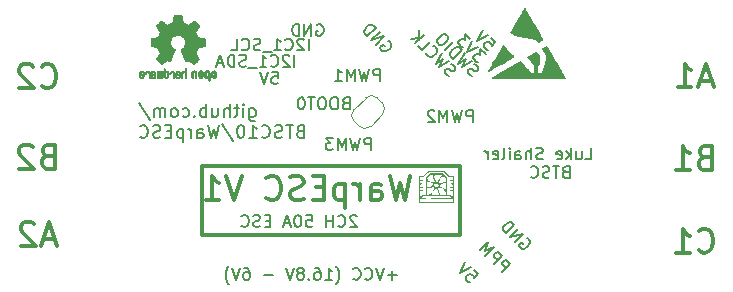
<source format=gbr>
%TF.GenerationSoftware,KiCad,Pcbnew,(6.0.5)*%
%TF.CreationDate,2022-09-09T17:06:15+01:00*%
%TF.ProjectId,ESC,4553432e-6b69-4636-9164-5f7063625858,rev?*%
%TF.SameCoordinates,Original*%
%TF.FileFunction,Legend,Bot*%
%TF.FilePolarity,Positive*%
%FSLAX46Y46*%
G04 Gerber Fmt 4.6, Leading zero omitted, Abs format (unit mm)*
G04 Created by KiCad (PCBNEW (6.0.5)) date 2022-09-09 17:06:15*
%MOMM*%
%LPD*%
G01*
G04 APERTURE LIST*
%ADD10C,0.200000*%
%ADD11C,0.150000*%
%ADD12C,0.300000*%
%ADD13C,0.010000*%
%ADD14C,0.120000*%
G04 APERTURE END LIST*
D10*
X157692952Y-101189985D02*
X157692952Y-102080461D01*
X157745333Y-102185223D01*
X157797714Y-102237604D01*
X157902476Y-102289985D01*
X158059619Y-102289985D01*
X158164380Y-102237604D01*
X157692952Y-101870938D02*
X157797714Y-101923319D01*
X158007238Y-101923319D01*
X158112000Y-101870938D01*
X158164380Y-101818557D01*
X158216761Y-101713795D01*
X158216761Y-101399509D01*
X158164380Y-101294747D01*
X158112000Y-101242366D01*
X158007238Y-101189985D01*
X157797714Y-101189985D01*
X157692952Y-101242366D01*
X157169142Y-101923319D02*
X157169142Y-101189985D01*
X157169142Y-100823319D02*
X157221523Y-100875700D01*
X157169142Y-100928080D01*
X157116761Y-100875700D01*
X157169142Y-100823319D01*
X157169142Y-100928080D01*
X156802476Y-101189985D02*
X156383428Y-101189985D01*
X156645333Y-100823319D02*
X156645333Y-101766176D01*
X156592952Y-101870938D01*
X156488190Y-101923319D01*
X156383428Y-101923319D01*
X156016761Y-101923319D02*
X156016761Y-100823319D01*
X155545333Y-101923319D02*
X155545333Y-101347128D01*
X155597714Y-101242366D01*
X155702476Y-101189985D01*
X155859619Y-101189985D01*
X155964380Y-101242366D01*
X156016761Y-101294747D01*
X154550095Y-101189985D02*
X154550095Y-101923319D01*
X155021523Y-101189985D02*
X155021523Y-101766176D01*
X154969142Y-101870938D01*
X154864380Y-101923319D01*
X154707238Y-101923319D01*
X154602476Y-101870938D01*
X154550095Y-101818557D01*
X154026285Y-101923319D02*
X154026285Y-100823319D01*
X154026285Y-101242366D02*
X153921523Y-101189985D01*
X153712000Y-101189985D01*
X153607238Y-101242366D01*
X153554857Y-101294747D01*
X153502476Y-101399509D01*
X153502476Y-101713795D01*
X153554857Y-101818557D01*
X153607238Y-101870938D01*
X153712000Y-101923319D01*
X153921523Y-101923319D01*
X154026285Y-101870938D01*
X153031047Y-101818557D02*
X152978666Y-101870938D01*
X153031047Y-101923319D01*
X153083428Y-101870938D01*
X153031047Y-101818557D01*
X153031047Y-101923319D01*
X152035809Y-101870938D02*
X152140571Y-101923319D01*
X152350095Y-101923319D01*
X152454857Y-101870938D01*
X152507238Y-101818557D01*
X152559619Y-101713795D01*
X152559619Y-101399509D01*
X152507238Y-101294747D01*
X152454857Y-101242366D01*
X152350095Y-101189985D01*
X152140571Y-101189985D01*
X152035809Y-101242366D01*
X151407238Y-101923319D02*
X151512000Y-101870938D01*
X151564380Y-101818557D01*
X151616761Y-101713795D01*
X151616761Y-101399509D01*
X151564380Y-101294747D01*
X151512000Y-101242366D01*
X151407238Y-101189985D01*
X151250095Y-101189985D01*
X151145333Y-101242366D01*
X151092952Y-101294747D01*
X151040571Y-101399509D01*
X151040571Y-101713795D01*
X151092952Y-101818557D01*
X151145333Y-101870938D01*
X151250095Y-101923319D01*
X151407238Y-101923319D01*
X150569142Y-101923319D02*
X150569142Y-101189985D01*
X150569142Y-101294747D02*
X150516761Y-101242366D01*
X150412000Y-101189985D01*
X150254857Y-101189985D01*
X150150095Y-101242366D01*
X150097714Y-101347128D01*
X150097714Y-101923319D01*
X150097714Y-101347128D02*
X150045333Y-101242366D01*
X149940571Y-101189985D01*
X149783428Y-101189985D01*
X149678666Y-101242366D01*
X149626285Y-101347128D01*
X149626285Y-101923319D01*
X148316761Y-100770938D02*
X149259619Y-102185223D01*
X161988190Y-103118128D02*
X161831047Y-103170509D01*
X161778666Y-103222890D01*
X161726285Y-103327652D01*
X161726285Y-103484795D01*
X161778666Y-103589557D01*
X161831047Y-103641938D01*
X161935809Y-103694319D01*
X162354857Y-103694319D01*
X162354857Y-102594319D01*
X161988190Y-102594319D01*
X161883428Y-102646700D01*
X161831047Y-102699080D01*
X161778666Y-102803842D01*
X161778666Y-102908604D01*
X161831047Y-103013366D01*
X161883428Y-103065747D01*
X161988190Y-103118128D01*
X162354857Y-103118128D01*
X161412000Y-102594319D02*
X160783428Y-102594319D01*
X161097714Y-103694319D02*
X161097714Y-102594319D01*
X160469142Y-103641938D02*
X160312000Y-103694319D01*
X160050095Y-103694319D01*
X159945333Y-103641938D01*
X159892952Y-103589557D01*
X159840571Y-103484795D01*
X159840571Y-103380033D01*
X159892952Y-103275271D01*
X159945333Y-103222890D01*
X160050095Y-103170509D01*
X160259619Y-103118128D01*
X160364380Y-103065747D01*
X160416761Y-103013366D01*
X160469142Y-102908604D01*
X160469142Y-102803842D01*
X160416761Y-102699080D01*
X160364380Y-102646700D01*
X160259619Y-102594319D01*
X159997714Y-102594319D01*
X159840571Y-102646700D01*
X158740571Y-103589557D02*
X158792952Y-103641938D01*
X158950095Y-103694319D01*
X159054857Y-103694319D01*
X159212000Y-103641938D01*
X159316761Y-103537176D01*
X159369142Y-103432414D01*
X159421523Y-103222890D01*
X159421523Y-103065747D01*
X159369142Y-102856223D01*
X159316761Y-102751461D01*
X159212000Y-102646700D01*
X159054857Y-102594319D01*
X158950095Y-102594319D01*
X158792952Y-102646700D01*
X158740571Y-102699080D01*
X157692952Y-103694319D02*
X158321523Y-103694319D01*
X158007238Y-103694319D02*
X158007238Y-102594319D01*
X158112000Y-102751461D01*
X158216761Y-102856223D01*
X158321523Y-102908604D01*
X157012000Y-102594319D02*
X156907238Y-102594319D01*
X156802476Y-102646700D01*
X156750095Y-102699080D01*
X156697714Y-102803842D01*
X156645333Y-103013366D01*
X156645333Y-103275271D01*
X156697714Y-103484795D01*
X156750095Y-103589557D01*
X156802476Y-103641938D01*
X156907238Y-103694319D01*
X157012000Y-103694319D01*
X157116761Y-103641938D01*
X157169142Y-103589557D01*
X157221523Y-103484795D01*
X157273904Y-103275271D01*
X157273904Y-103013366D01*
X157221523Y-102803842D01*
X157169142Y-102699080D01*
X157116761Y-102646700D01*
X157012000Y-102594319D01*
X155388190Y-102541938D02*
X156331047Y-103956223D01*
X155126285Y-102594319D02*
X154864380Y-103694319D01*
X154654857Y-102908604D01*
X154445333Y-103694319D01*
X154183428Y-102594319D01*
X153292952Y-103694319D02*
X153292952Y-103118128D01*
X153345333Y-103013366D01*
X153450095Y-102960985D01*
X153659619Y-102960985D01*
X153764380Y-103013366D01*
X153292952Y-103641938D02*
X153397714Y-103694319D01*
X153659619Y-103694319D01*
X153764380Y-103641938D01*
X153816761Y-103537176D01*
X153816761Y-103432414D01*
X153764380Y-103327652D01*
X153659619Y-103275271D01*
X153397714Y-103275271D01*
X153292952Y-103222890D01*
X152769142Y-103694319D02*
X152769142Y-102960985D01*
X152769142Y-103170509D02*
X152716761Y-103065747D01*
X152664380Y-103013366D01*
X152559619Y-102960985D01*
X152454857Y-102960985D01*
X152088190Y-102960985D02*
X152088190Y-104060985D01*
X152088190Y-103013366D02*
X151983428Y-102960985D01*
X151773904Y-102960985D01*
X151669142Y-103013366D01*
X151616761Y-103065747D01*
X151564380Y-103170509D01*
X151564380Y-103484795D01*
X151616761Y-103589557D01*
X151669142Y-103641938D01*
X151773904Y-103694319D01*
X151983428Y-103694319D01*
X152088190Y-103641938D01*
X151092952Y-103118128D02*
X150726285Y-103118128D01*
X150569142Y-103694319D02*
X151092952Y-103694319D01*
X151092952Y-102594319D01*
X150569142Y-102594319D01*
X150150095Y-103641938D02*
X149992952Y-103694319D01*
X149731047Y-103694319D01*
X149626285Y-103641938D01*
X149573904Y-103589557D01*
X149521523Y-103484795D01*
X149521523Y-103380033D01*
X149573904Y-103275271D01*
X149626285Y-103222890D01*
X149731047Y-103170509D01*
X149940571Y-103118128D01*
X150045333Y-103065747D01*
X150097714Y-103013366D01*
X150150095Y-102908604D01*
X150150095Y-102803842D01*
X150097714Y-102699080D01*
X150045333Y-102646700D01*
X149940571Y-102594319D01*
X149678666Y-102594319D01*
X149521523Y-102646700D01*
X148421523Y-103589557D02*
X148473904Y-103641938D01*
X148631047Y-103694319D01*
X148735809Y-103694319D01*
X148892952Y-103641938D01*
X148997714Y-103537176D01*
X149050095Y-103432414D01*
X149102476Y-103222890D01*
X149102476Y-103065747D01*
X149050095Y-102856223D01*
X148997714Y-102751461D01*
X148892952Y-102646700D01*
X148735809Y-102594319D01*
X148631047Y-102594319D01*
X148473904Y-102646700D01*
X148421523Y-102699080D01*
D11*
X163398104Y-94089600D02*
X163493342Y-94041980D01*
X163636200Y-94041980D01*
X163779057Y-94089600D01*
X163874295Y-94184838D01*
X163921914Y-94280076D01*
X163969533Y-94470552D01*
X163969533Y-94613409D01*
X163921914Y-94803885D01*
X163874295Y-94899123D01*
X163779057Y-94994361D01*
X163636200Y-95041980D01*
X163540961Y-95041980D01*
X163398104Y-94994361D01*
X163350485Y-94946742D01*
X163350485Y-94613409D01*
X163540961Y-94613409D01*
X162921914Y-95041980D02*
X162921914Y-94041980D01*
X162350485Y-95041980D01*
X162350485Y-94041980D01*
X161874295Y-95041980D02*
X161874295Y-94041980D01*
X161636200Y-94041980D01*
X161493342Y-94089600D01*
X161398104Y-94184838D01*
X161350485Y-94280076D01*
X161302866Y-94470552D01*
X161302866Y-94613409D01*
X161350485Y-94803885D01*
X161398104Y-94899123D01*
X161493342Y-94994361D01*
X161636200Y-95041980D01*
X161874295Y-95041980D01*
X162726285Y-96286580D02*
X162726285Y-95286580D01*
X162297714Y-95381819D02*
X162250095Y-95334200D01*
X162154857Y-95286580D01*
X161916761Y-95286580D01*
X161821523Y-95334200D01*
X161773904Y-95381819D01*
X161726285Y-95477057D01*
X161726285Y-95572295D01*
X161773904Y-95715152D01*
X162345333Y-96286580D01*
X161726285Y-96286580D01*
X160726285Y-96191342D02*
X160773904Y-96238961D01*
X160916761Y-96286580D01*
X161012000Y-96286580D01*
X161154857Y-96238961D01*
X161250095Y-96143723D01*
X161297714Y-96048485D01*
X161345333Y-95858009D01*
X161345333Y-95715152D01*
X161297714Y-95524676D01*
X161250095Y-95429438D01*
X161154857Y-95334200D01*
X161012000Y-95286580D01*
X160916761Y-95286580D01*
X160773904Y-95334200D01*
X160726285Y-95381819D01*
X159773904Y-96286580D02*
X160345333Y-96286580D01*
X160059619Y-96286580D02*
X160059619Y-95286580D01*
X160154857Y-95429438D01*
X160250095Y-95524676D01*
X160345333Y-95572295D01*
X159583428Y-96381819D02*
X158821523Y-96381819D01*
X158631047Y-96238961D02*
X158488190Y-96286580D01*
X158250095Y-96286580D01*
X158154857Y-96238961D01*
X158107238Y-96191342D01*
X158059619Y-96096104D01*
X158059619Y-96000866D01*
X158107238Y-95905628D01*
X158154857Y-95858009D01*
X158250095Y-95810390D01*
X158440571Y-95762771D01*
X158535809Y-95715152D01*
X158583428Y-95667533D01*
X158631047Y-95572295D01*
X158631047Y-95477057D01*
X158583428Y-95381819D01*
X158535809Y-95334200D01*
X158440571Y-95286580D01*
X158202476Y-95286580D01*
X158059619Y-95334200D01*
X157059619Y-96191342D02*
X157107238Y-96238961D01*
X157250095Y-96286580D01*
X157345333Y-96286580D01*
X157488190Y-96238961D01*
X157583428Y-96143723D01*
X157631047Y-96048485D01*
X157678666Y-95858009D01*
X157678666Y-95715152D01*
X157631047Y-95524676D01*
X157583428Y-95429438D01*
X157488190Y-95334200D01*
X157345333Y-95286580D01*
X157250095Y-95286580D01*
X157107238Y-95334200D01*
X157059619Y-95381819D01*
X156154857Y-96286580D02*
X156631047Y-96286580D01*
X156631047Y-95286580D01*
X161505495Y-97658180D02*
X161505495Y-96658180D01*
X161076923Y-96753419D02*
X161029304Y-96705800D01*
X160934066Y-96658180D01*
X160695971Y-96658180D01*
X160600733Y-96705800D01*
X160553114Y-96753419D01*
X160505495Y-96848657D01*
X160505495Y-96943895D01*
X160553114Y-97086752D01*
X161124542Y-97658180D01*
X160505495Y-97658180D01*
X159505495Y-97562942D02*
X159553114Y-97610561D01*
X159695971Y-97658180D01*
X159791209Y-97658180D01*
X159934066Y-97610561D01*
X160029304Y-97515323D01*
X160076923Y-97420085D01*
X160124542Y-97229609D01*
X160124542Y-97086752D01*
X160076923Y-96896276D01*
X160029304Y-96801038D01*
X159934066Y-96705800D01*
X159791209Y-96658180D01*
X159695971Y-96658180D01*
X159553114Y-96705800D01*
X159505495Y-96753419D01*
X158553114Y-97658180D02*
X159124542Y-97658180D01*
X158838828Y-97658180D02*
X158838828Y-96658180D01*
X158934066Y-96801038D01*
X159029304Y-96896276D01*
X159124542Y-96943895D01*
X158362638Y-97753419D02*
X157600733Y-97753419D01*
X157410257Y-97610561D02*
X157267400Y-97658180D01*
X157029304Y-97658180D01*
X156934066Y-97610561D01*
X156886447Y-97562942D01*
X156838828Y-97467704D01*
X156838828Y-97372466D01*
X156886447Y-97277228D01*
X156934066Y-97229609D01*
X157029304Y-97181990D01*
X157219780Y-97134371D01*
X157315019Y-97086752D01*
X157362638Y-97039133D01*
X157410257Y-96943895D01*
X157410257Y-96848657D01*
X157362638Y-96753419D01*
X157315019Y-96705800D01*
X157219780Y-96658180D01*
X156981685Y-96658180D01*
X156838828Y-96705800D01*
X156410257Y-97658180D02*
X156410257Y-96658180D01*
X156172161Y-96658180D01*
X156029304Y-96705800D01*
X155934066Y-96801038D01*
X155886447Y-96896276D01*
X155838828Y-97086752D01*
X155838828Y-97229609D01*
X155886447Y-97420085D01*
X155934066Y-97515323D01*
X156029304Y-97610561D01*
X156172161Y-97658180D01*
X156410257Y-97658180D01*
X155457876Y-97372466D02*
X154981685Y-97372466D01*
X155553114Y-97658180D02*
X155219780Y-96658180D01*
X154886447Y-97658180D01*
X159600876Y-98105980D02*
X160077066Y-98105980D01*
X160124685Y-98582171D01*
X160077066Y-98534552D01*
X159981828Y-98486933D01*
X159743733Y-98486933D01*
X159648495Y-98534552D01*
X159600876Y-98582171D01*
X159553257Y-98677409D01*
X159553257Y-98915504D01*
X159600876Y-99010742D01*
X159648495Y-99058361D01*
X159743733Y-99105980D01*
X159981828Y-99105980D01*
X160077066Y-99058361D01*
X160124685Y-99010742D01*
X159267542Y-98105980D02*
X158934209Y-99105980D01*
X158600876Y-98105980D01*
X178169512Y-95226061D02*
X178506229Y-95562779D01*
X178203183Y-95933168D01*
X178203183Y-95865825D01*
X178169512Y-95764809D01*
X178001153Y-95596451D01*
X177900138Y-95562779D01*
X177832794Y-95562779D01*
X177731779Y-95596451D01*
X177563420Y-95764809D01*
X177529748Y-95865825D01*
X177529748Y-95933168D01*
X177563420Y-96034183D01*
X177731779Y-96202542D01*
X177832794Y-96236214D01*
X177900138Y-96236214D01*
X177933809Y-94990359D02*
X176991000Y-95461764D01*
X177462405Y-94518955D01*
X177691090Y-96627240D02*
X177253357Y-96189507D01*
X177219686Y-96694583D01*
X177118670Y-96593568D01*
X177017655Y-96559896D01*
X176950312Y-96559896D01*
X176849296Y-96593568D01*
X176680938Y-96761927D01*
X176647266Y-96862942D01*
X176647266Y-96930286D01*
X176680938Y-97031301D01*
X176882968Y-97233331D01*
X176983983Y-97267003D01*
X177051327Y-97267003D01*
X177051327Y-95987477D02*
X176108518Y-96458881D01*
X176579922Y-95516072D01*
X176411564Y-95347713D02*
X175973831Y-94909981D01*
X175940159Y-95415057D01*
X175839144Y-95314042D01*
X175738129Y-95280370D01*
X175670785Y-95280370D01*
X175569770Y-95314042D01*
X175401411Y-95482400D01*
X175367739Y-95583416D01*
X175367739Y-95650759D01*
X175401411Y-95751774D01*
X175603442Y-95953805D01*
X175704457Y-95987477D01*
X175771800Y-95987477D01*
X166780552Y-110317019D02*
X166732933Y-110269400D01*
X166637695Y-110221780D01*
X166399600Y-110221780D01*
X166304361Y-110269400D01*
X166256742Y-110317019D01*
X166209123Y-110412257D01*
X166209123Y-110507495D01*
X166256742Y-110650352D01*
X166828171Y-111221780D01*
X166209123Y-111221780D01*
X165209123Y-111126542D02*
X165256742Y-111174161D01*
X165399600Y-111221780D01*
X165494838Y-111221780D01*
X165637695Y-111174161D01*
X165732933Y-111078923D01*
X165780552Y-110983685D01*
X165828171Y-110793209D01*
X165828171Y-110650352D01*
X165780552Y-110459876D01*
X165732933Y-110364638D01*
X165637695Y-110269400D01*
X165494838Y-110221780D01*
X165399600Y-110221780D01*
X165256742Y-110269400D01*
X165209123Y-110317019D01*
X164780552Y-111221780D02*
X164780552Y-110221780D01*
X164780552Y-110697971D02*
X164209123Y-110697971D01*
X164209123Y-111221780D02*
X164209123Y-110221780D01*
X162494838Y-110221780D02*
X162971028Y-110221780D01*
X163018647Y-110697971D01*
X162971028Y-110650352D01*
X162875790Y-110602733D01*
X162637695Y-110602733D01*
X162542457Y-110650352D01*
X162494838Y-110697971D01*
X162447219Y-110793209D01*
X162447219Y-111031304D01*
X162494838Y-111126542D01*
X162542457Y-111174161D01*
X162637695Y-111221780D01*
X162875790Y-111221780D01*
X162971028Y-111174161D01*
X163018647Y-111126542D01*
X161828171Y-110221780D02*
X161732933Y-110221780D01*
X161637695Y-110269400D01*
X161590076Y-110317019D01*
X161542457Y-110412257D01*
X161494838Y-110602733D01*
X161494838Y-110840828D01*
X161542457Y-111031304D01*
X161590076Y-111126542D01*
X161637695Y-111174161D01*
X161732933Y-111221780D01*
X161828171Y-111221780D01*
X161923409Y-111174161D01*
X161971028Y-111126542D01*
X162018647Y-111031304D01*
X162066266Y-110840828D01*
X162066266Y-110602733D01*
X162018647Y-110412257D01*
X161971028Y-110317019D01*
X161923409Y-110269400D01*
X161828171Y-110221780D01*
X161113885Y-110936066D02*
X160637695Y-110936066D01*
X161209123Y-111221780D02*
X160875790Y-110221780D01*
X160542457Y-111221780D01*
X159447219Y-110697971D02*
X159113885Y-110697971D01*
X158971028Y-111221780D02*
X159447219Y-111221780D01*
X159447219Y-110221780D01*
X158971028Y-110221780D01*
X158590076Y-111174161D02*
X158447219Y-111221780D01*
X158209123Y-111221780D01*
X158113885Y-111174161D01*
X158066266Y-111126542D01*
X158018647Y-111031304D01*
X158018647Y-110936066D01*
X158066266Y-110840828D01*
X158113885Y-110793209D01*
X158209123Y-110745590D01*
X158399600Y-110697971D01*
X158494838Y-110650352D01*
X158542457Y-110602733D01*
X158590076Y-110507495D01*
X158590076Y-110412257D01*
X158542457Y-110317019D01*
X158494838Y-110269400D01*
X158399600Y-110221780D01*
X158161504Y-110221780D01*
X158018647Y-110269400D01*
X157018647Y-111126542D02*
X157066266Y-111174161D01*
X157209123Y-111221780D01*
X157304361Y-111221780D01*
X157447219Y-111174161D01*
X157542457Y-111078923D01*
X157590076Y-110983685D01*
X157637695Y-110793209D01*
X157637695Y-110650352D01*
X157590076Y-110459876D01*
X157542457Y-110364638D01*
X157447219Y-110269400D01*
X157304361Y-110221780D01*
X157209123Y-110221780D01*
X157066266Y-110269400D01*
X157018647Y-110317019D01*
D12*
X153682700Y-106070400D02*
X175552100Y-106070400D01*
X175552100Y-106070400D02*
X175552100Y-111937800D01*
X175552100Y-111937800D02*
X153682700Y-111937800D01*
X153682700Y-111937800D02*
X153682700Y-106070400D01*
D11*
X176497583Y-98457002D02*
X176362896Y-98389659D01*
X176194537Y-98221300D01*
X176160865Y-98120285D01*
X176160865Y-98052941D01*
X176194537Y-97951926D01*
X176261880Y-97884583D01*
X176362896Y-97850911D01*
X176430239Y-97850911D01*
X176531254Y-97884583D01*
X176699613Y-97985598D01*
X176800628Y-98019270D01*
X176867972Y-98019270D01*
X176968987Y-97985598D01*
X177036331Y-97918254D01*
X177070002Y-97817239D01*
X177070002Y-97749896D01*
X177036331Y-97648880D01*
X176867972Y-97480522D01*
X176733285Y-97413178D01*
X176531254Y-97143804D02*
X175655789Y-97682552D01*
X176026178Y-97042789D01*
X175386415Y-97413178D01*
X175925163Y-96537712D01*
X174948682Y-96975445D02*
X175655789Y-96268338D01*
X175487430Y-96099980D01*
X175352743Y-96032636D01*
X175218056Y-96032636D01*
X175117041Y-96066308D01*
X174948682Y-96167323D01*
X174847667Y-96268338D01*
X174746651Y-96436697D01*
X174712980Y-96537712D01*
X174712980Y-96672400D01*
X174780323Y-96807087D01*
X174948682Y-96975445D01*
X174241575Y-96268338D02*
X174948682Y-95561232D01*
X174477277Y-95089827D02*
X174342590Y-94955140D01*
X174241575Y-94921468D01*
X174106888Y-94921468D01*
X173938529Y-95022484D01*
X173702827Y-95258186D01*
X173601812Y-95426545D01*
X173601812Y-95561232D01*
X173635484Y-95662247D01*
X173770171Y-95796934D01*
X173871186Y-95830606D01*
X174005873Y-95830606D01*
X174174232Y-95729590D01*
X174409934Y-95493888D01*
X174510949Y-95325529D01*
X174510949Y-95190842D01*
X174477277Y-95089827D01*
X174566598Y-98456418D02*
X174431911Y-98389074D01*
X174263552Y-98220715D01*
X174229880Y-98119700D01*
X174229880Y-98052357D01*
X174263552Y-97951341D01*
X174330896Y-97883998D01*
X174431911Y-97850326D01*
X174499254Y-97850326D01*
X174600270Y-97883998D01*
X174768628Y-97985013D01*
X174869644Y-98018685D01*
X174936987Y-98018685D01*
X175038002Y-97985013D01*
X175105346Y-97917670D01*
X175139018Y-97816654D01*
X175139018Y-97749311D01*
X175105346Y-97648296D01*
X174936987Y-97479937D01*
X174802300Y-97412593D01*
X174600270Y-97143219D02*
X173724804Y-97681967D01*
X174095193Y-97042204D01*
X173455430Y-97412593D01*
X173994178Y-96537128D01*
X172680980Y-96503456D02*
X172680980Y-96570800D01*
X172748323Y-96705487D01*
X172815667Y-96772830D01*
X172950354Y-96840174D01*
X173085041Y-96840174D01*
X173186056Y-96806502D01*
X173354415Y-96705487D01*
X173455430Y-96604471D01*
X173556445Y-96436112D01*
X173590117Y-96335097D01*
X173590117Y-96200410D01*
X173522774Y-96065723D01*
X173455430Y-95998380D01*
X173320743Y-95931036D01*
X173253400Y-95931036D01*
X171973873Y-95931036D02*
X172310590Y-96267754D01*
X173017697Y-95560647D01*
X171738171Y-95695334D02*
X172445277Y-94988227D01*
X171334110Y-95291273D02*
X172041216Y-95190258D01*
X172041216Y-94584166D02*
X172041216Y-95392288D01*
X169421301Y-95460594D02*
X169522316Y-95494266D01*
X169623331Y-95595281D01*
X169690675Y-95729968D01*
X169690675Y-95864655D01*
X169657003Y-95965670D01*
X169555988Y-96134029D01*
X169454973Y-96235044D01*
X169286614Y-96336060D01*
X169185599Y-96369731D01*
X169050912Y-96369731D01*
X168916225Y-96302388D01*
X168848881Y-96235044D01*
X168781538Y-96100357D01*
X168781538Y-96033014D01*
X169017240Y-95797312D01*
X169151927Y-95931999D01*
X168411148Y-95797312D02*
X169118255Y-95090205D01*
X168007087Y-95393251D01*
X168714194Y-94686144D01*
X167670370Y-95056533D02*
X168377477Y-94349426D01*
X168209118Y-94181068D01*
X168074431Y-94113724D01*
X167939744Y-94113724D01*
X167838729Y-94147396D01*
X167670370Y-94248411D01*
X167569355Y-94349426D01*
X167468339Y-94517785D01*
X167434668Y-94618800D01*
X167434668Y-94753487D01*
X167502011Y-94888174D01*
X167670370Y-95056533D01*
X184470514Y-106557771D02*
X184327657Y-106605390D01*
X184280038Y-106653009D01*
X184232419Y-106748247D01*
X184232419Y-106891104D01*
X184280038Y-106986342D01*
X184327657Y-107033961D01*
X184422895Y-107081580D01*
X184803847Y-107081580D01*
X184803847Y-106081580D01*
X184470514Y-106081580D01*
X184375276Y-106129200D01*
X184327657Y-106176819D01*
X184280038Y-106272057D01*
X184280038Y-106367295D01*
X184327657Y-106462533D01*
X184375276Y-106510152D01*
X184470514Y-106557771D01*
X184803847Y-106557771D01*
X183946704Y-106081580D02*
X183375276Y-106081580D01*
X183660990Y-107081580D02*
X183660990Y-106081580D01*
X183089561Y-107033961D02*
X182946704Y-107081580D01*
X182708609Y-107081580D01*
X182613371Y-107033961D01*
X182565752Y-106986342D01*
X182518133Y-106891104D01*
X182518133Y-106795866D01*
X182565752Y-106700628D01*
X182613371Y-106653009D01*
X182708609Y-106605390D01*
X182899085Y-106557771D01*
X182994323Y-106510152D01*
X183041942Y-106462533D01*
X183089561Y-106367295D01*
X183089561Y-106272057D01*
X183041942Y-106176819D01*
X182994323Y-106129200D01*
X182899085Y-106081580D01*
X182660990Y-106081580D01*
X182518133Y-106129200D01*
X181518133Y-106986342D02*
X181565752Y-107033961D01*
X181708609Y-107081580D01*
X181803847Y-107081580D01*
X181946704Y-107033961D01*
X182041942Y-106938723D01*
X182089561Y-106843485D01*
X182137180Y-106653009D01*
X182137180Y-106510152D01*
X182089561Y-106319676D01*
X182041942Y-106224438D01*
X181946704Y-106129200D01*
X181803847Y-106081580D01*
X181708609Y-106081580D01*
X181565752Y-106129200D01*
X181518133Y-106176819D01*
X186144990Y-105506780D02*
X186621180Y-105506780D01*
X186621180Y-104506780D01*
X185383085Y-104840114D02*
X185383085Y-105506780D01*
X185811657Y-104840114D02*
X185811657Y-105363923D01*
X185764038Y-105459161D01*
X185668800Y-105506780D01*
X185525942Y-105506780D01*
X185430704Y-105459161D01*
X185383085Y-105411542D01*
X184906895Y-105506780D02*
X184906895Y-104506780D01*
X184811657Y-105125828D02*
X184525942Y-105506780D01*
X184525942Y-104840114D02*
X184906895Y-105221066D01*
X183716419Y-105459161D02*
X183811657Y-105506780D01*
X184002133Y-105506780D01*
X184097371Y-105459161D01*
X184144990Y-105363923D01*
X184144990Y-104982971D01*
X184097371Y-104887733D01*
X184002133Y-104840114D01*
X183811657Y-104840114D01*
X183716419Y-104887733D01*
X183668800Y-104982971D01*
X183668800Y-105078209D01*
X184144990Y-105173447D01*
X182525942Y-105459161D02*
X182383085Y-105506780D01*
X182144990Y-105506780D01*
X182049752Y-105459161D01*
X182002133Y-105411542D01*
X181954514Y-105316304D01*
X181954514Y-105221066D01*
X182002133Y-105125828D01*
X182049752Y-105078209D01*
X182144990Y-105030590D01*
X182335466Y-104982971D01*
X182430704Y-104935352D01*
X182478323Y-104887733D01*
X182525942Y-104792495D01*
X182525942Y-104697257D01*
X182478323Y-104602019D01*
X182430704Y-104554400D01*
X182335466Y-104506780D01*
X182097371Y-104506780D01*
X181954514Y-104554400D01*
X181525942Y-105506780D02*
X181525942Y-104506780D01*
X181097371Y-105506780D02*
X181097371Y-104982971D01*
X181144990Y-104887733D01*
X181240228Y-104840114D01*
X181383085Y-104840114D01*
X181478323Y-104887733D01*
X181525942Y-104935352D01*
X180192609Y-105506780D02*
X180192609Y-104982971D01*
X180240228Y-104887733D01*
X180335466Y-104840114D01*
X180525942Y-104840114D01*
X180621180Y-104887733D01*
X180192609Y-105459161D02*
X180287847Y-105506780D01*
X180525942Y-105506780D01*
X180621180Y-105459161D01*
X180668800Y-105363923D01*
X180668800Y-105268685D01*
X180621180Y-105173447D01*
X180525942Y-105125828D01*
X180287847Y-105125828D01*
X180192609Y-105078209D01*
X179716419Y-105506780D02*
X179716419Y-104840114D01*
X179716419Y-104506780D02*
X179764038Y-104554400D01*
X179716419Y-104602019D01*
X179668800Y-104554400D01*
X179716419Y-104506780D01*
X179716419Y-104602019D01*
X179097371Y-105506780D02*
X179192609Y-105459161D01*
X179240228Y-105363923D01*
X179240228Y-104506780D01*
X178335466Y-105459161D02*
X178430704Y-105506780D01*
X178621180Y-105506780D01*
X178716419Y-105459161D01*
X178764038Y-105363923D01*
X178764038Y-104982971D01*
X178716419Y-104887733D01*
X178621180Y-104840114D01*
X178430704Y-104840114D01*
X178335466Y-104887733D01*
X178287847Y-104982971D01*
X178287847Y-105078209D01*
X178764038Y-105173447D01*
X177859276Y-105506780D02*
X177859276Y-104840114D01*
X177859276Y-105030590D02*
X177811657Y-104935352D01*
X177764038Y-104887733D01*
X177668800Y-104840114D01*
X177573561Y-104840114D01*
D12*
X171325085Y-106930961D02*
X170848895Y-108930961D01*
X170467942Y-107502390D01*
X170086990Y-108930961D01*
X169610800Y-106930961D01*
X167991752Y-108930961D02*
X167991752Y-107883342D01*
X168086990Y-107692866D01*
X168277466Y-107597628D01*
X168658419Y-107597628D01*
X168848895Y-107692866D01*
X167991752Y-108835723D02*
X168182228Y-108930961D01*
X168658419Y-108930961D01*
X168848895Y-108835723D01*
X168944133Y-108645247D01*
X168944133Y-108454771D01*
X168848895Y-108264295D01*
X168658419Y-108169057D01*
X168182228Y-108169057D01*
X167991752Y-108073819D01*
X167039371Y-108930961D02*
X167039371Y-107597628D01*
X167039371Y-107978580D02*
X166944133Y-107788104D01*
X166848895Y-107692866D01*
X166658419Y-107597628D01*
X166467942Y-107597628D01*
X165801276Y-107597628D02*
X165801276Y-109597628D01*
X165801276Y-107692866D02*
X165610800Y-107597628D01*
X165229847Y-107597628D01*
X165039371Y-107692866D01*
X164944133Y-107788104D01*
X164848895Y-107978580D01*
X164848895Y-108550009D01*
X164944133Y-108740485D01*
X165039371Y-108835723D01*
X165229847Y-108930961D01*
X165610800Y-108930961D01*
X165801276Y-108835723D01*
X163991752Y-107883342D02*
X163325085Y-107883342D01*
X163039371Y-108930961D02*
X163991752Y-108930961D01*
X163991752Y-106930961D01*
X163039371Y-106930961D01*
X162277466Y-108835723D02*
X161991752Y-108930961D01*
X161515561Y-108930961D01*
X161325085Y-108835723D01*
X161229847Y-108740485D01*
X161134609Y-108550009D01*
X161134609Y-108359533D01*
X161229847Y-108169057D01*
X161325085Y-108073819D01*
X161515561Y-107978580D01*
X161896514Y-107883342D01*
X162086990Y-107788104D01*
X162182228Y-107692866D01*
X162277466Y-107502390D01*
X162277466Y-107311914D01*
X162182228Y-107121438D01*
X162086990Y-107026200D01*
X161896514Y-106930961D01*
X161420323Y-106930961D01*
X161134609Y-107026200D01*
X159134609Y-108740485D02*
X159229847Y-108835723D01*
X159515561Y-108930961D01*
X159706038Y-108930961D01*
X159991752Y-108835723D01*
X160182228Y-108645247D01*
X160277466Y-108454771D01*
X160372704Y-108073819D01*
X160372704Y-107788104D01*
X160277466Y-107407152D01*
X160182228Y-107216676D01*
X159991752Y-107026200D01*
X159706038Y-106930961D01*
X159515561Y-106930961D01*
X159229847Y-107026200D01*
X159134609Y-107121438D01*
X157039371Y-106930961D02*
X156372704Y-108930961D01*
X155706038Y-106930961D01*
X153991752Y-108930961D02*
X155134609Y-108930961D01*
X154563180Y-108930961D02*
X154563180Y-106930961D01*
X154753657Y-107216676D01*
X154944133Y-107407152D01*
X155134609Y-107502390D01*
D11*
X170153695Y-115311228D02*
X169391790Y-115311228D01*
X169772742Y-115692180D02*
X169772742Y-114930276D01*
X169058457Y-114692180D02*
X168725123Y-115692180D01*
X168391790Y-114692180D01*
X167487028Y-115596942D02*
X167534647Y-115644561D01*
X167677504Y-115692180D01*
X167772742Y-115692180D01*
X167915600Y-115644561D01*
X168010838Y-115549323D01*
X168058457Y-115454085D01*
X168106076Y-115263609D01*
X168106076Y-115120752D01*
X168058457Y-114930276D01*
X168010838Y-114835038D01*
X167915600Y-114739800D01*
X167772742Y-114692180D01*
X167677504Y-114692180D01*
X167534647Y-114739800D01*
X167487028Y-114787419D01*
X166487028Y-115596942D02*
X166534647Y-115644561D01*
X166677504Y-115692180D01*
X166772742Y-115692180D01*
X166915600Y-115644561D01*
X167010838Y-115549323D01*
X167058457Y-115454085D01*
X167106076Y-115263609D01*
X167106076Y-115120752D01*
X167058457Y-114930276D01*
X167010838Y-114835038D01*
X166915600Y-114739800D01*
X166772742Y-114692180D01*
X166677504Y-114692180D01*
X166534647Y-114739800D01*
X166487028Y-114787419D01*
X165010838Y-116073133D02*
X165058457Y-116025514D01*
X165153695Y-115882657D01*
X165201314Y-115787419D01*
X165248933Y-115644561D01*
X165296552Y-115406466D01*
X165296552Y-115215990D01*
X165248933Y-114977895D01*
X165201314Y-114835038D01*
X165153695Y-114739800D01*
X165058457Y-114596942D01*
X165010838Y-114549323D01*
X164106076Y-115692180D02*
X164677504Y-115692180D01*
X164391790Y-115692180D02*
X164391790Y-114692180D01*
X164487028Y-114835038D01*
X164582266Y-114930276D01*
X164677504Y-114977895D01*
X163248933Y-114692180D02*
X163439409Y-114692180D01*
X163534647Y-114739800D01*
X163582266Y-114787419D01*
X163677504Y-114930276D01*
X163725123Y-115120752D01*
X163725123Y-115501704D01*
X163677504Y-115596942D01*
X163629885Y-115644561D01*
X163534647Y-115692180D01*
X163344171Y-115692180D01*
X163248933Y-115644561D01*
X163201314Y-115596942D01*
X163153695Y-115501704D01*
X163153695Y-115263609D01*
X163201314Y-115168371D01*
X163248933Y-115120752D01*
X163344171Y-115073133D01*
X163534647Y-115073133D01*
X163629885Y-115120752D01*
X163677504Y-115168371D01*
X163725123Y-115263609D01*
X162725123Y-115596942D02*
X162677504Y-115644561D01*
X162725123Y-115692180D01*
X162772742Y-115644561D01*
X162725123Y-115596942D01*
X162725123Y-115692180D01*
X162106076Y-115120752D02*
X162201314Y-115073133D01*
X162248933Y-115025514D01*
X162296552Y-114930276D01*
X162296552Y-114882657D01*
X162248933Y-114787419D01*
X162201314Y-114739800D01*
X162106076Y-114692180D01*
X161915600Y-114692180D01*
X161820361Y-114739800D01*
X161772742Y-114787419D01*
X161725123Y-114882657D01*
X161725123Y-114930276D01*
X161772742Y-115025514D01*
X161820361Y-115073133D01*
X161915600Y-115120752D01*
X162106076Y-115120752D01*
X162201314Y-115168371D01*
X162248933Y-115215990D01*
X162296552Y-115311228D01*
X162296552Y-115501704D01*
X162248933Y-115596942D01*
X162201314Y-115644561D01*
X162106076Y-115692180D01*
X161915600Y-115692180D01*
X161820361Y-115644561D01*
X161772742Y-115596942D01*
X161725123Y-115501704D01*
X161725123Y-115311228D01*
X161772742Y-115215990D01*
X161820361Y-115168371D01*
X161915600Y-115120752D01*
X161439409Y-114692180D02*
X161106076Y-115692180D01*
X160772742Y-114692180D01*
X159677504Y-115311228D02*
X158915600Y-115311228D01*
X157248933Y-114692180D02*
X157439409Y-114692180D01*
X157534647Y-114739800D01*
X157582266Y-114787419D01*
X157677504Y-114930276D01*
X157725123Y-115120752D01*
X157725123Y-115501704D01*
X157677504Y-115596942D01*
X157629885Y-115644561D01*
X157534647Y-115692180D01*
X157344171Y-115692180D01*
X157248933Y-115644561D01*
X157201314Y-115596942D01*
X157153695Y-115501704D01*
X157153695Y-115263609D01*
X157201314Y-115168371D01*
X157248933Y-115120752D01*
X157344171Y-115073133D01*
X157534647Y-115073133D01*
X157629885Y-115120752D01*
X157677504Y-115168371D01*
X157725123Y-115263609D01*
X156867980Y-114692180D02*
X156534647Y-115692180D01*
X156201314Y-114692180D01*
X155963219Y-116073133D02*
X155915600Y-116025514D01*
X155820361Y-115882657D01*
X155772742Y-115787419D01*
X155725123Y-115644561D01*
X155677504Y-115406466D01*
X155677504Y-115215990D01*
X155725123Y-114977895D01*
X155772742Y-114835038D01*
X155820361Y-114739800D01*
X155915600Y-114596942D01*
X155963219Y-114549323D01*
D12*
X140109533Y-99266285D02*
X140204771Y-99361523D01*
X140490485Y-99456761D01*
X140680961Y-99456761D01*
X140966676Y-99361523D01*
X141157152Y-99171047D01*
X141252390Y-98980571D01*
X141347628Y-98599619D01*
X141347628Y-98313904D01*
X141252390Y-97932952D01*
X141157152Y-97742476D01*
X140966676Y-97552000D01*
X140680961Y-97456761D01*
X140490485Y-97456761D01*
X140204771Y-97552000D01*
X140109533Y-97647238D01*
X139347628Y-97647238D02*
X139252390Y-97552000D01*
X139061914Y-97456761D01*
X138585723Y-97456761D01*
X138395247Y-97552000D01*
X138300009Y-97647238D01*
X138204771Y-97837714D01*
X138204771Y-98028190D01*
X138300009Y-98313904D01*
X139442866Y-99456761D01*
X138204771Y-99456761D01*
X140585723Y-105241742D02*
X140300009Y-105336980D01*
X140204771Y-105432219D01*
X140109533Y-105622695D01*
X140109533Y-105908409D01*
X140204771Y-106098885D01*
X140300009Y-106194123D01*
X140490485Y-106289361D01*
X141252390Y-106289361D01*
X141252390Y-104289361D01*
X140585723Y-104289361D01*
X140395247Y-104384600D01*
X140300009Y-104479838D01*
X140204771Y-104670314D01*
X140204771Y-104860790D01*
X140300009Y-105051266D01*
X140395247Y-105146504D01*
X140585723Y-105241742D01*
X141252390Y-105241742D01*
X139347628Y-104479838D02*
X139252390Y-104384600D01*
X139061914Y-104289361D01*
X138585723Y-104289361D01*
X138395247Y-104384600D01*
X138300009Y-104479838D01*
X138204771Y-104670314D01*
X138204771Y-104860790D01*
X138300009Y-105146504D01*
X139442866Y-106289361D01*
X138204771Y-106289361D01*
X141204771Y-112245733D02*
X140252390Y-112245733D01*
X141395247Y-112817161D02*
X140728580Y-110817161D01*
X140061914Y-112817161D01*
X139490485Y-111007638D02*
X139395247Y-110912400D01*
X139204771Y-110817161D01*
X138728580Y-110817161D01*
X138538104Y-110912400D01*
X138442866Y-111007638D01*
X138347628Y-111198114D01*
X138347628Y-111388590D01*
X138442866Y-111674304D01*
X139585723Y-112817161D01*
X138347628Y-112817161D01*
X195735533Y-113210885D02*
X195830771Y-113306123D01*
X196116485Y-113401361D01*
X196306961Y-113401361D01*
X196592676Y-113306123D01*
X196783152Y-113115647D01*
X196878390Y-112925171D01*
X196973628Y-112544219D01*
X196973628Y-112258504D01*
X196878390Y-111877552D01*
X196783152Y-111687076D01*
X196592676Y-111496600D01*
X196306961Y-111401361D01*
X196116485Y-111401361D01*
X195830771Y-111496600D01*
X195735533Y-111591838D01*
X193830771Y-113401361D02*
X194973628Y-113401361D01*
X194402200Y-113401361D02*
X194402200Y-111401361D01*
X194592676Y-111687076D01*
X194783152Y-111877552D01*
X194973628Y-111972790D01*
X196211723Y-105343342D02*
X195926009Y-105438580D01*
X195830771Y-105533819D01*
X195735533Y-105724295D01*
X195735533Y-106010009D01*
X195830771Y-106200485D01*
X195926009Y-106295723D01*
X196116485Y-106390961D01*
X196878390Y-106390961D01*
X196878390Y-104390961D01*
X196211723Y-104390961D01*
X196021247Y-104486200D01*
X195926009Y-104581438D01*
X195830771Y-104771914D01*
X195830771Y-104962390D01*
X195926009Y-105152866D01*
X196021247Y-105248104D01*
X196211723Y-105343342D01*
X196878390Y-105343342D01*
X193830771Y-106390961D02*
X194973628Y-106390961D01*
X194402200Y-106390961D02*
X194402200Y-104390961D01*
X194592676Y-104676676D01*
X194783152Y-104867152D01*
X194973628Y-104962390D01*
X196830771Y-98834533D02*
X195878390Y-98834533D01*
X197021247Y-99405961D02*
X196354580Y-97405961D01*
X195687914Y-99405961D01*
X193973628Y-99405961D02*
X195116485Y-99405961D01*
X194545057Y-99405961D02*
X194545057Y-97405961D01*
X194735533Y-97691676D01*
X194926009Y-97882152D01*
X195116485Y-97977390D01*
D11*
X165841133Y-100741171D02*
X165698276Y-100788790D01*
X165650657Y-100836409D01*
X165603038Y-100931647D01*
X165603038Y-101074504D01*
X165650657Y-101169742D01*
X165698276Y-101217361D01*
X165793514Y-101264980D01*
X166174466Y-101264980D01*
X166174466Y-100264980D01*
X165841133Y-100264980D01*
X165745895Y-100312600D01*
X165698276Y-100360219D01*
X165650657Y-100455457D01*
X165650657Y-100550695D01*
X165698276Y-100645933D01*
X165745895Y-100693552D01*
X165841133Y-100741171D01*
X166174466Y-100741171D01*
X164983990Y-100264980D02*
X164793514Y-100264980D01*
X164698276Y-100312600D01*
X164603038Y-100407838D01*
X164555419Y-100598314D01*
X164555419Y-100931647D01*
X164603038Y-101122123D01*
X164698276Y-101217361D01*
X164793514Y-101264980D01*
X164983990Y-101264980D01*
X165079228Y-101217361D01*
X165174466Y-101122123D01*
X165222085Y-100931647D01*
X165222085Y-100598314D01*
X165174466Y-100407838D01*
X165079228Y-100312600D01*
X164983990Y-100264980D01*
X163936371Y-100264980D02*
X163745895Y-100264980D01*
X163650657Y-100312600D01*
X163555419Y-100407838D01*
X163507800Y-100598314D01*
X163507800Y-100931647D01*
X163555419Y-101122123D01*
X163650657Y-101217361D01*
X163745895Y-101264980D01*
X163936371Y-101264980D01*
X164031609Y-101217361D01*
X164126847Y-101122123D01*
X164174466Y-100931647D01*
X164174466Y-100598314D01*
X164126847Y-100407838D01*
X164031609Y-100312600D01*
X163936371Y-100264980D01*
X163222085Y-100264980D02*
X162650657Y-100264980D01*
X162936371Y-101264980D02*
X162936371Y-100264980D01*
X162126847Y-100264980D02*
X162031609Y-100264980D01*
X161936371Y-100312600D01*
X161888752Y-100360219D01*
X161841133Y-100455457D01*
X161793514Y-100645933D01*
X161793514Y-100884028D01*
X161841133Y-101074504D01*
X161888752Y-101169742D01*
X161936371Y-101217361D01*
X162031609Y-101264980D01*
X162126847Y-101264980D01*
X162222085Y-101217361D01*
X162269704Y-101169742D01*
X162317323Y-101074504D01*
X162364942Y-100884028D01*
X162364942Y-100645933D01*
X162317323Y-100455457D01*
X162269704Y-100360219D01*
X162222085Y-100312600D01*
X162126847Y-100264980D01*
X167971552Y-104719380D02*
X167971552Y-103719380D01*
X167590600Y-103719380D01*
X167495361Y-103767000D01*
X167447742Y-103814619D01*
X167400123Y-103909857D01*
X167400123Y-104052714D01*
X167447742Y-104147952D01*
X167495361Y-104195571D01*
X167590600Y-104243190D01*
X167971552Y-104243190D01*
X167066790Y-103719380D02*
X166828695Y-104719380D01*
X166638219Y-104005095D01*
X166447742Y-104719380D01*
X166209647Y-103719380D01*
X165828695Y-104719380D02*
X165828695Y-103719380D01*
X165495361Y-104433666D01*
X165162028Y-103719380D01*
X165162028Y-104719380D01*
X164781076Y-103719380D02*
X164162028Y-103719380D01*
X164495361Y-104100333D01*
X164352504Y-104100333D01*
X164257266Y-104147952D01*
X164209647Y-104195571D01*
X164162028Y-104290809D01*
X164162028Y-104528904D01*
X164209647Y-104624142D01*
X164257266Y-104671761D01*
X164352504Y-104719380D01*
X164638219Y-104719380D01*
X164733457Y-104671761D01*
X164781076Y-104624142D01*
X176582152Y-102331780D02*
X176582152Y-101331780D01*
X176201200Y-101331780D01*
X176105961Y-101379400D01*
X176058342Y-101427019D01*
X176010723Y-101522257D01*
X176010723Y-101665114D01*
X176058342Y-101760352D01*
X176105961Y-101807971D01*
X176201200Y-101855590D01*
X176582152Y-101855590D01*
X175677390Y-101331780D02*
X175439295Y-102331780D01*
X175248819Y-101617495D01*
X175058342Y-102331780D01*
X174820247Y-101331780D01*
X174439295Y-102331780D02*
X174439295Y-101331780D01*
X174105961Y-102046066D01*
X173772628Y-101331780D01*
X173772628Y-102331780D01*
X173344057Y-101427019D02*
X173296438Y-101379400D01*
X173201200Y-101331780D01*
X172963104Y-101331780D01*
X172867866Y-101379400D01*
X172820247Y-101427019D01*
X172772628Y-101522257D01*
X172772628Y-101617495D01*
X172820247Y-101760352D01*
X173391676Y-102331780D01*
X172772628Y-102331780D01*
X168733552Y-98851980D02*
X168733552Y-97851980D01*
X168352600Y-97851980D01*
X168257361Y-97899600D01*
X168209742Y-97947219D01*
X168162123Y-98042457D01*
X168162123Y-98185314D01*
X168209742Y-98280552D01*
X168257361Y-98328171D01*
X168352600Y-98375790D01*
X168733552Y-98375790D01*
X167828790Y-97851980D02*
X167590695Y-98851980D01*
X167400219Y-98137695D01*
X167209742Y-98851980D01*
X166971647Y-97851980D01*
X166590695Y-98851980D02*
X166590695Y-97851980D01*
X166257361Y-98566266D01*
X165924028Y-97851980D01*
X165924028Y-98851980D01*
X164924028Y-98851980D02*
X165495457Y-98851980D01*
X165209742Y-98851980D02*
X165209742Y-97851980D01*
X165304980Y-97994838D01*
X165400219Y-98090076D01*
X165495457Y-98137695D01*
D10*
X176670912Y-114885661D02*
X177007629Y-115222379D01*
X176704583Y-115592768D01*
X176704583Y-115525425D01*
X176670912Y-115424409D01*
X176502553Y-115256051D01*
X176401538Y-115222379D01*
X176334194Y-115222379D01*
X176233179Y-115256051D01*
X176064820Y-115424409D01*
X176031148Y-115525425D01*
X176031148Y-115592768D01*
X176064820Y-115693783D01*
X176233179Y-115862142D01*
X176334194Y-115895814D01*
X176401538Y-115895814D01*
X176435209Y-114649959D02*
X175492400Y-115121364D01*
X175963805Y-114178555D01*
X179083327Y-115080090D02*
X179790434Y-114372983D01*
X179521060Y-114103609D01*
X179420044Y-114069938D01*
X179352701Y-114069938D01*
X179251686Y-114103609D01*
X179150670Y-114204625D01*
X179116999Y-114305640D01*
X179116999Y-114372983D01*
X179150670Y-114473999D01*
X179420044Y-114743373D01*
X178376220Y-114372983D02*
X179083327Y-113665877D01*
X178813953Y-113396503D01*
X178712938Y-113362831D01*
X178645594Y-113362831D01*
X178544579Y-113396503D01*
X178443564Y-113497518D01*
X178409892Y-113598533D01*
X178409892Y-113665877D01*
X178443564Y-113766892D01*
X178712938Y-114036266D01*
X177669113Y-113665877D02*
X178376220Y-112958770D01*
X177635442Y-113228144D01*
X177904816Y-112487365D01*
X177197709Y-113194472D01*
X181156101Y-112173794D02*
X181257116Y-112207466D01*
X181358131Y-112308481D01*
X181425475Y-112443168D01*
X181425475Y-112577855D01*
X181391803Y-112678870D01*
X181290788Y-112847229D01*
X181189773Y-112948244D01*
X181021414Y-113049260D01*
X180920399Y-113082931D01*
X180785712Y-113082931D01*
X180651025Y-113015588D01*
X180583681Y-112948244D01*
X180516338Y-112813557D01*
X180516338Y-112746214D01*
X180752040Y-112510512D01*
X180886727Y-112645199D01*
X180145948Y-112510512D02*
X180853055Y-111803405D01*
X179741887Y-112106451D01*
X180448994Y-111399344D01*
X179405170Y-111769733D02*
X180112277Y-111062626D01*
X179943918Y-110894268D01*
X179809231Y-110826924D01*
X179674544Y-110826924D01*
X179573529Y-110860596D01*
X179405170Y-110961611D01*
X179304155Y-111062626D01*
X179203139Y-111230985D01*
X179169468Y-111332000D01*
X179169468Y-111466687D01*
X179236811Y-111601374D01*
X179405170Y-111769733D01*
%TO.C,G\u002A\u002A\u002A*%
G36*
X175021524Y-109154013D02*
G01*
X175019058Y-109167979D01*
X175017364Y-109168639D01*
X174997050Y-109170753D01*
X174955522Y-109172703D01*
X174894498Y-109174488D01*
X174815695Y-109176108D01*
X174720830Y-109177565D01*
X174611621Y-109178856D01*
X174489785Y-109179983D01*
X174357041Y-109180946D01*
X174215105Y-109181744D01*
X174065696Y-109182378D01*
X173910530Y-109182847D01*
X173751326Y-109183151D01*
X173589800Y-109183291D01*
X173427671Y-109183267D01*
X173266656Y-109183078D01*
X173108472Y-109182725D01*
X172954837Y-109182207D01*
X172807469Y-109181524D01*
X172668085Y-109180677D01*
X172538402Y-109179666D01*
X172420139Y-109178490D01*
X172315012Y-109177149D01*
X172224739Y-109175644D01*
X172151039Y-109173975D01*
X172095627Y-109172141D01*
X172060223Y-109170142D01*
X172046543Y-109167979D01*
X172044618Y-109159135D01*
X172042319Y-109128397D01*
X172040672Y-109088274D01*
X172126248Y-109088274D01*
X174939353Y-109088274D01*
X174939353Y-108900869D01*
X173964834Y-108897871D01*
X173829780Y-108897443D01*
X173672533Y-108896889D01*
X173536091Y-108896308D01*
X173418959Y-108895666D01*
X173319642Y-108894927D01*
X173236645Y-108894055D01*
X173168473Y-108893015D01*
X173113631Y-108891771D01*
X173070623Y-108890287D01*
X173037955Y-108888529D01*
X173014131Y-108886459D01*
X172997657Y-108884043D01*
X172987036Y-108881245D01*
X172980774Y-108878030D01*
X172977377Y-108874361D01*
X172970701Y-108858517D01*
X172977377Y-108833337D01*
X172978854Y-108831390D01*
X172983576Y-108827904D01*
X172991963Y-108824867D01*
X173005537Y-108822241D01*
X173025818Y-108819990D01*
X173054329Y-108818076D01*
X173092590Y-108816461D01*
X173142123Y-108815109D01*
X173204449Y-108813980D01*
X173281089Y-108813038D01*
X173373565Y-108812246D01*
X173483399Y-108811566D01*
X173612111Y-108810961D01*
X173761222Y-108810393D01*
X173932255Y-108809824D01*
X174874197Y-108806823D01*
X174781046Y-108713123D01*
X174687896Y-108619423D01*
X172377705Y-108619423D01*
X172284734Y-108712943D01*
X172191762Y-108806463D01*
X172430258Y-108809644D01*
X172502705Y-108810747D01*
X172566176Y-108812232D01*
X172612040Y-108814238D01*
X172643411Y-108817058D01*
X172663399Y-108820986D01*
X172675119Y-108826314D01*
X172681681Y-108833337D01*
X172688344Y-108849153D01*
X172681679Y-108874361D01*
X172679562Y-108877270D01*
X172671807Y-108883246D01*
X172658049Y-108887816D01*
X172635383Y-108891219D01*
X172600902Y-108893700D01*
X172551699Y-108895499D01*
X172484866Y-108896858D01*
X172397498Y-108898020D01*
X172126248Y-108901166D01*
X172126248Y-109088274D01*
X172040672Y-109088274D01*
X172040238Y-109077714D01*
X172038372Y-109009059D01*
X172036724Y-108924403D01*
X172035292Y-108825719D01*
X172034076Y-108714978D01*
X172033077Y-108594153D01*
X172032295Y-108465216D01*
X172032280Y-108461626D01*
X172126248Y-108461626D01*
X172126349Y-108500869D01*
X172127097Y-108572696D01*
X172128481Y-108634326D01*
X172130384Y-108682446D01*
X172132694Y-108713746D01*
X172135297Y-108724915D01*
X172135308Y-108724915D01*
X172146672Y-108717020D01*
X172170846Y-108695609D01*
X172204290Y-108663943D01*
X172243460Y-108625284D01*
X172342574Y-108525653D01*
X172641984Y-108525653D01*
X172641984Y-108238482D01*
X172735754Y-108238482D01*
X172735917Y-108288346D01*
X172736791Y-108360925D01*
X172738316Y-108423010D01*
X172740377Y-108471364D01*
X172742857Y-108502751D01*
X172745640Y-108513932D01*
X172751956Y-108513239D01*
X172780748Y-108505443D01*
X172821956Y-108490948D01*
X172869227Y-108472222D01*
X172916208Y-108451735D01*
X172956548Y-108431955D01*
X172988531Y-108413209D01*
X173039631Y-108378554D01*
X173084146Y-108343517D01*
X173084779Y-108342964D01*
X173124054Y-108311002D01*
X173151998Y-108295066D01*
X173172772Y-108293662D01*
X173190539Y-108305293D01*
X173202215Y-108325141D01*
X173198329Y-108355494D01*
X173173260Y-108392090D01*
X173126676Y-108435380D01*
X173058245Y-108485816D01*
X172999795Y-108525653D01*
X173707183Y-108525653D01*
X173715093Y-108472907D01*
X173718166Y-108439518D01*
X173711200Y-108352832D01*
X173684684Y-108258679D01*
X173639443Y-108159528D01*
X173576303Y-108057847D01*
X173565449Y-108042545D01*
X173536599Y-108004556D01*
X173513311Y-107980508D01*
X173490465Y-107965790D01*
X173462940Y-107955795D01*
X173454386Y-107953430D01*
X173626903Y-107953430D01*
X173661578Y-108003830D01*
X173667308Y-108012240D01*
X173732297Y-108122479D01*
X173778760Y-108232123D01*
X173805694Y-108338281D01*
X173812097Y-108438061D01*
X173812033Y-108439518D01*
X173808250Y-108525708D01*
X174070482Y-108525681D01*
X174332715Y-108525653D01*
X174327128Y-108423092D01*
X174321652Y-108359179D01*
X174306596Y-108283385D01*
X174280253Y-108218581D01*
X174239601Y-108157947D01*
X174181620Y-108094666D01*
X174140610Y-108052141D01*
X174110726Y-108014724D01*
X174097877Y-107986921D01*
X174101076Y-107966458D01*
X174119336Y-107951059D01*
X174140378Y-107946817D01*
X174177169Y-107959355D01*
X174222774Y-107992901D01*
X174276792Y-108047213D01*
X174330249Y-108106670D01*
X174327118Y-107803356D01*
X174323986Y-107500042D01*
X174288823Y-107495978D01*
X174285314Y-107495621D01*
X174234933Y-107497906D01*
X174174352Y-107511138D01*
X174107691Y-107533246D01*
X174039070Y-107562159D01*
X173972608Y-107595806D01*
X173912426Y-107632115D01*
X173862643Y-107669015D01*
X173849993Y-107681722D01*
X173827380Y-107704437D01*
X173810754Y-107736307D01*
X173804503Y-107762980D01*
X173796759Y-107788415D01*
X173796008Y-107796822D01*
X173805581Y-107806436D01*
X173830664Y-107816139D01*
X173875057Y-107827847D01*
X173925376Y-107840648D01*
X173964476Y-107853140D01*
X173987675Y-107865385D01*
X173998794Y-107879484D01*
X174001651Y-107897542D01*
X173998518Y-107922700D01*
X173986330Y-107938747D01*
X173961831Y-107944647D01*
X173921773Y-107941135D01*
X173862906Y-107928946D01*
X173828069Y-107920892D01*
X173778416Y-107910622D01*
X173743059Y-107906291D01*
X173716566Y-107907899D01*
X173693501Y-107915445D01*
X173668431Y-107928928D01*
X173626903Y-107953430D01*
X173454386Y-107953430D01*
X173446490Y-107951247D01*
X173419384Y-107945029D01*
X173407085Y-107944185D01*
X173403485Y-107953465D01*
X173395626Y-107979933D01*
X173385698Y-108016934D01*
X173375297Y-108053927D01*
X173351878Y-108117584D01*
X173326664Y-108163342D01*
X173300769Y-108189855D01*
X173275305Y-108195774D01*
X173251385Y-108179749D01*
X173249931Y-108177903D01*
X173244187Y-108164716D01*
X173244767Y-108145046D01*
X173252410Y-108113777D01*
X173267856Y-108065793D01*
X173289502Y-107996895D01*
X173303387Y-107937550D01*
X173307302Y-107890950D01*
X173301568Y-107852825D01*
X173286509Y-107818904D01*
X173277875Y-107804535D01*
X173263780Y-107785776D01*
X173251736Y-107782855D01*
X173235400Y-107792494D01*
X173163382Y-107839967D01*
X173068517Y-107890929D01*
X172974275Y-107929707D01*
X172885477Y-107954381D01*
X172806945Y-107963032D01*
X172735754Y-107963032D01*
X172735754Y-108238482D01*
X172641984Y-108238482D01*
X172641984Y-107869262D01*
X172735754Y-107869262D01*
X172791430Y-107868214D01*
X172815060Y-107867024D01*
X172907991Y-107849940D01*
X173006084Y-107814058D01*
X173104830Y-107760923D01*
X173115932Y-107753908D01*
X173176540Y-107713203D01*
X173215903Y-107681722D01*
X173345260Y-107681722D01*
X173349479Y-107713219D01*
X173371062Y-107764355D01*
X173406389Y-107810215D01*
X173450305Y-107842889D01*
X173467218Y-107850727D01*
X173504357Y-107864010D01*
X173532800Y-107869262D01*
X173544148Y-107868065D01*
X173578058Y-107858635D01*
X173615296Y-107842889D01*
X173643810Y-107824164D01*
X173682890Y-107782227D01*
X173710119Y-107732110D01*
X173720341Y-107681722D01*
X173716122Y-107650224D01*
X173694539Y-107599088D01*
X173659212Y-107553228D01*
X173615296Y-107520554D01*
X173598383Y-107512716D01*
X173561244Y-107499433D01*
X173532800Y-107494181D01*
X173501303Y-107498400D01*
X173450167Y-107519983D01*
X173404307Y-107555310D01*
X173371633Y-107599226D01*
X173363795Y-107616139D01*
X173350512Y-107653278D01*
X173345260Y-107681722D01*
X173215903Y-107681722D01*
X173218399Y-107679726D01*
X173243797Y-107651428D01*
X173255023Y-107626254D01*
X173261074Y-107600559D01*
X173269117Y-107574311D01*
X173270567Y-107568914D01*
X173266045Y-107558476D01*
X173246737Y-107549889D01*
X173208401Y-107540813D01*
X173183993Y-107535596D01*
X173127285Y-107520642D01*
X173090237Y-107505005D01*
X173070056Y-107487237D01*
X173063950Y-107465888D01*
X173067235Y-107444711D01*
X173084576Y-107426113D01*
X173118207Y-107421685D01*
X173169691Y-107430908D01*
X173205616Y-107439850D01*
X173270858Y-107452619D01*
X173321252Y-107456077D01*
X173361334Y-107450312D01*
X173395641Y-107435417D01*
X173409657Y-107426996D01*
X173428625Y-107412796D01*
X173431735Y-107400685D01*
X173422293Y-107384321D01*
X173409427Y-107365456D01*
X173374899Y-107309547D01*
X173339794Y-107246712D01*
X173308833Y-107185631D01*
X173286732Y-107134980D01*
X173271013Y-107080642D01*
X173259542Y-107014469D01*
X173254232Y-106953744D01*
X173348119Y-106953744D01*
X173357078Y-107026967D01*
X173364579Y-107054925D01*
X173387416Y-107119027D01*
X173417342Y-107185069D01*
X173451902Y-107249032D01*
X173488642Y-107306900D01*
X173525106Y-107354657D01*
X173558839Y-107388285D01*
X173581702Y-107400685D01*
X173587386Y-107403768D01*
X173614012Y-107409996D01*
X173639129Y-107417623D01*
X173648159Y-107417808D01*
X173657268Y-107406670D01*
X173666536Y-107379795D01*
X173677663Y-107333465D01*
X173693251Y-107268173D01*
X173708448Y-107219101D01*
X173723745Y-107187652D01*
X173740579Y-107170917D01*
X173760387Y-107165985D01*
X173779099Y-107168495D01*
X173801173Y-107185998D01*
X173806925Y-107219603D01*
X173796112Y-107268607D01*
X173785203Y-107307345D01*
X173773730Y-107359484D01*
X173764674Y-107412132D01*
X173761921Y-107431866D01*
X173757683Y-107471204D01*
X173758490Y-107497929D01*
X173765136Y-107519655D01*
X173778415Y-107543997D01*
X173785782Y-107556194D01*
X173800025Y-107578932D01*
X173806515Y-107587951D01*
X173812724Y-107584093D01*
X173833428Y-107569900D01*
X173863314Y-107548856D01*
X173872835Y-107542180D01*
X173970929Y-107483129D01*
X174071886Y-107438606D01*
X174170721Y-107410462D01*
X174262450Y-107400550D01*
X174329847Y-107400411D01*
X174329847Y-107050715D01*
X174262450Y-106990453D01*
X174237612Y-106968494D01*
X174210504Y-106947059D01*
X174189020Y-106936452D01*
X174166182Y-106933676D01*
X174135011Y-106935735D01*
X174085864Y-106944564D01*
X174006599Y-106977569D01*
X173930876Y-107032989D01*
X173905190Y-107054252D01*
X173879307Y-107067789D01*
X173856509Y-107067747D01*
X173829895Y-107055321D01*
X173819461Y-107033070D01*
X173829536Y-107003236D01*
X173859691Y-106966974D01*
X173909496Y-106925436D01*
X173910835Y-106924454D01*
X173954165Y-106895929D01*
X173997942Y-106872173D01*
X174032884Y-106858240D01*
X174083316Y-106844752D01*
X174058022Y-106817828D01*
X174057127Y-106816877D01*
X174049255Y-106809169D01*
X174040056Y-106803160D01*
X174026765Y-106798639D01*
X174006618Y-106795394D01*
X173976851Y-106793214D01*
X173934698Y-106791886D01*
X173877396Y-106791200D01*
X173802180Y-106790943D01*
X173706286Y-106790905D01*
X173379844Y-106790905D01*
X173367549Y-106823138D01*
X173353078Y-106878842D01*
X173348119Y-106953744D01*
X173254232Y-106953744D01*
X173253556Y-106946011D01*
X173253757Y-106883423D01*
X173260850Y-106834860D01*
X173273043Y-106790905D01*
X173153845Y-106791114D01*
X173034646Y-106791323D01*
X172885519Y-106920761D01*
X172736391Y-107050198D01*
X172758957Y-107109587D01*
X172784206Y-107165840D01*
X172837430Y-107243953D01*
X172909103Y-107310229D01*
X172927306Y-107324329D01*
X172954042Y-107348514D01*
X172966282Y-107367933D01*
X172967848Y-107387620D01*
X172965944Y-107398430D01*
X172954456Y-107415030D01*
X172927357Y-107421581D01*
X172922150Y-107421963D01*
X172901883Y-107419863D01*
X172880223Y-107409612D01*
X172852257Y-107388256D01*
X172813075Y-107352840D01*
X172735754Y-107280510D01*
X172735754Y-107869262D01*
X172641984Y-107869262D01*
X172641984Y-107002585D01*
X172819621Y-106849860D01*
X172997259Y-106697135D01*
X174068342Y-106697135D01*
X174245980Y-106849860D01*
X174423617Y-107002585D01*
X174423617Y-108525653D01*
X174722069Y-108525653D01*
X174830711Y-108633844D01*
X174939353Y-108742034D01*
X174939353Y-108198337D01*
X174832173Y-108194967D01*
X174828517Y-108194850D01*
X174776364Y-108192285D01*
X174742696Y-108188089D01*
X174722831Y-108181333D01*
X174712090Y-108171085D01*
X174705464Y-108155345D01*
X174712090Y-108130060D01*
X174712542Y-108129360D01*
X174723681Y-108119338D01*
X174744212Y-108112754D01*
X174778816Y-108108678D01*
X174832173Y-108106178D01*
X174939353Y-108102808D01*
X174939353Y-107917027D01*
X174832173Y-107913657D01*
X174828517Y-107913539D01*
X174776364Y-107910974D01*
X174742696Y-107906779D01*
X174722831Y-107900022D01*
X174712090Y-107889774D01*
X174705464Y-107874034D01*
X174712090Y-107848750D01*
X174712542Y-107848050D01*
X174723681Y-107838027D01*
X174744212Y-107831443D01*
X174778816Y-107827367D01*
X174832173Y-107824867D01*
X174939353Y-107821497D01*
X174939353Y-107635716D01*
X174832173Y-107632346D01*
X174828517Y-107632229D01*
X174776364Y-107629664D01*
X174742696Y-107625468D01*
X174722831Y-107618712D01*
X174712090Y-107608464D01*
X174705464Y-107592724D01*
X174712090Y-107567439D01*
X174712542Y-107566739D01*
X174723681Y-107556717D01*
X174744212Y-107550133D01*
X174778816Y-107546056D01*
X174832173Y-107543557D01*
X174939353Y-107540187D01*
X174939353Y-107354406D01*
X174832173Y-107351035D01*
X174828517Y-107350918D01*
X174776364Y-107348353D01*
X174742696Y-107344158D01*
X174722831Y-107337401D01*
X174712090Y-107327153D01*
X174705464Y-107311413D01*
X174712090Y-107286129D01*
X174712542Y-107285429D01*
X174723681Y-107275406D01*
X174744212Y-107268822D01*
X174778816Y-107264746D01*
X174832173Y-107262246D01*
X174939353Y-107258876D01*
X174939353Y-106978445D01*
X174589278Y-106978445D01*
X174357001Y-106768025D01*
X174124725Y-106557604D01*
X173532800Y-106557354D01*
X172940876Y-106557103D01*
X172683944Y-106767774D01*
X172427013Y-106978445D01*
X172126248Y-106978445D01*
X172126248Y-107258876D01*
X172233428Y-107262246D01*
X172237084Y-107262363D01*
X172289237Y-107264929D01*
X172322905Y-107269124D01*
X172342770Y-107275880D01*
X172353511Y-107286129D01*
X172360137Y-107301868D01*
X172353511Y-107327153D01*
X172353059Y-107327853D01*
X172341920Y-107337875D01*
X172321389Y-107344459D01*
X172286785Y-107348536D01*
X172233428Y-107351035D01*
X172126248Y-107354406D01*
X172126248Y-107540187D01*
X172233428Y-107543557D01*
X172237084Y-107543674D01*
X172289237Y-107546239D01*
X172322905Y-107550434D01*
X172342770Y-107557191D01*
X172353511Y-107567439D01*
X172360137Y-107583179D01*
X172353511Y-107608464D01*
X172353059Y-107609163D01*
X172341920Y-107619186D01*
X172321389Y-107625770D01*
X172286785Y-107629846D01*
X172233428Y-107632346D01*
X172126248Y-107635716D01*
X172126248Y-107821497D01*
X172233428Y-107824867D01*
X172237084Y-107824985D01*
X172289237Y-107827550D01*
X172322905Y-107831745D01*
X172342770Y-107838501D01*
X172353511Y-107848750D01*
X172360137Y-107864489D01*
X172353511Y-107889774D01*
X172353059Y-107890474D01*
X172341920Y-107900496D01*
X172321389Y-107907080D01*
X172286785Y-107911157D01*
X172233428Y-107913657D01*
X172126248Y-107917027D01*
X172126248Y-108102808D01*
X172233428Y-108106178D01*
X172237084Y-108106295D01*
X172289237Y-108108860D01*
X172322905Y-108113056D01*
X172342770Y-108119812D01*
X172353511Y-108130060D01*
X172360137Y-108145800D01*
X172353511Y-108171085D01*
X172353059Y-108171785D01*
X172341920Y-108181807D01*
X172321389Y-108188391D01*
X172286785Y-108192467D01*
X172233428Y-108194967D01*
X172126248Y-108198337D01*
X172126248Y-108461626D01*
X172032280Y-108461626D01*
X172031729Y-108330139D01*
X172031379Y-108190895D01*
X172031246Y-108049454D01*
X172031330Y-107907790D01*
X172031630Y-107767874D01*
X172032147Y-107631678D01*
X172032881Y-107501176D01*
X172033830Y-107378338D01*
X172034997Y-107265137D01*
X172036380Y-107163544D01*
X172037979Y-107075533D01*
X172039795Y-107003075D01*
X172041828Y-106948142D01*
X172044077Y-106912707D01*
X172046543Y-106898740D01*
X172058283Y-106893527D01*
X172092032Y-106888515D01*
X172147412Y-106885504D01*
X172225292Y-106884426D01*
X172389976Y-106884177D01*
X172904080Y-106462709D01*
X174163230Y-106462709D01*
X174395985Y-106673184D01*
X174628740Y-106883660D01*
X174816866Y-106884167D01*
X174832147Y-106884229D01*
X174910540Y-106885461D01*
X174966992Y-106888230D01*
X175002748Y-106892626D01*
X175019058Y-106898740D01*
X175020983Y-106907585D01*
X175023282Y-106938323D01*
X175025363Y-106989005D01*
X175027229Y-107057661D01*
X175028877Y-107142317D01*
X175030309Y-107241001D01*
X175031525Y-107351741D01*
X175032524Y-107472566D01*
X175033305Y-107601503D01*
X175033871Y-107736580D01*
X175034221Y-107875825D01*
X175034354Y-108017265D01*
X175034270Y-108158930D01*
X175033970Y-108298846D01*
X175033453Y-108435041D01*
X175032720Y-108565544D01*
X175031771Y-108688382D01*
X175031218Y-108742034D01*
X175030604Y-108801583D01*
X175029221Y-108903175D01*
X175027622Y-108991186D01*
X175025805Y-109063645D01*
X175024894Y-109088274D01*
X175023773Y-109118577D01*
X175021524Y-109154013D01*
G37*
G36*
X172850077Y-108813467D02*
G01*
X172868089Y-108832056D01*
X172874467Y-108857569D01*
X172864221Y-108883715D01*
X172854298Y-108892280D01*
X172829524Y-108900734D01*
X172823013Y-108900320D01*
X172797931Y-108888005D01*
X172786005Y-108864334D01*
X172789083Y-108837112D01*
X172809012Y-108814141D01*
X172825423Y-108808092D01*
X172850077Y-108813467D01*
G37*
%TO.C,REF\u002A\u002A*%
G36*
X180972960Y-92704175D02*
G01*
X180984493Y-92721511D01*
X181009900Y-92763162D01*
X181047907Y-92826911D01*
X181097237Y-92910545D01*
X181156613Y-93011849D01*
X181224759Y-93128609D01*
X181300400Y-93258608D01*
X181382259Y-93399633D01*
X181469060Y-93549468D01*
X181559526Y-93705900D01*
X181652382Y-93866713D01*
X181746351Y-94029693D01*
X181840157Y-94192624D01*
X181932524Y-94353292D01*
X182022176Y-94509482D01*
X182107836Y-94658980D01*
X182188228Y-94799571D01*
X182262077Y-94929040D01*
X182328105Y-95045172D01*
X182385037Y-95145752D01*
X182431597Y-95228567D01*
X182466508Y-95291400D01*
X182488494Y-95332037D01*
X182496279Y-95348264D01*
X182496287Y-95348388D01*
X182483733Y-95365416D01*
X182447658Y-95394279D01*
X182391817Y-95432247D01*
X182319961Y-95476587D01*
X182271773Y-95504952D01*
X182202432Y-95544396D01*
X182154134Y-95569254D01*
X182123642Y-95580924D01*
X182107720Y-95580806D01*
X182103132Y-95570297D01*
X182102782Y-95568583D01*
X182089668Y-95547682D01*
X182061400Y-95512139D01*
X182023186Y-95468583D01*
X182005555Y-95449875D01*
X181950882Y-95399512D01*
X181890422Y-95356465D01*
X181820582Y-95319473D01*
X181737770Y-95287273D01*
X181638392Y-95258602D01*
X181518855Y-95232198D01*
X181375566Y-95206800D01*
X181204931Y-95181145D01*
X181008534Y-95152227D01*
X180818674Y-95121173D01*
X180652660Y-95090044D01*
X180506782Y-95057942D01*
X180377327Y-95023969D01*
X180260583Y-94987226D01*
X180152840Y-94946817D01*
X180050385Y-94901843D01*
X179975088Y-94864754D01*
X179903165Y-94825725D01*
X179846286Y-94790882D01*
X179808899Y-94762965D01*
X179795449Y-94744714D01*
X179795846Y-94743370D01*
X179806680Y-94721862D01*
X179831245Y-94676822D01*
X179868085Y-94610772D01*
X179915747Y-94526233D01*
X179972776Y-94425727D01*
X180037718Y-94311776D01*
X180109119Y-94186901D01*
X180185524Y-94053624D01*
X180265479Y-93914467D01*
X180347530Y-93771951D01*
X180430222Y-93628598D01*
X180512101Y-93486930D01*
X180591713Y-93349468D01*
X180667604Y-93218734D01*
X180738319Y-93097250D01*
X180802404Y-92987538D01*
X180858404Y-92892118D01*
X180904866Y-92813514D01*
X180940335Y-92754245D01*
X180963357Y-92716835D01*
X180972477Y-92703805D01*
X180972960Y-92704175D01*
G37*
D13*
X180972960Y-92704175D02*
X180984493Y-92721511D01*
X181009900Y-92763162D01*
X181047907Y-92826911D01*
X181097237Y-92910545D01*
X181156613Y-93011849D01*
X181224759Y-93128609D01*
X181300400Y-93258608D01*
X181382259Y-93399633D01*
X181469060Y-93549468D01*
X181559526Y-93705900D01*
X181652382Y-93866713D01*
X181746351Y-94029693D01*
X181840157Y-94192624D01*
X181932524Y-94353292D01*
X182022176Y-94509482D01*
X182107836Y-94658980D01*
X182188228Y-94799571D01*
X182262077Y-94929040D01*
X182328105Y-95045172D01*
X182385037Y-95145752D01*
X182431597Y-95228567D01*
X182466508Y-95291400D01*
X182488494Y-95332037D01*
X182496279Y-95348264D01*
X182496287Y-95348388D01*
X182483733Y-95365416D01*
X182447658Y-95394279D01*
X182391817Y-95432247D01*
X182319961Y-95476587D01*
X182271773Y-95504952D01*
X182202432Y-95544396D01*
X182154134Y-95569254D01*
X182123642Y-95580924D01*
X182107720Y-95580806D01*
X182103132Y-95570297D01*
X182102782Y-95568583D01*
X182089668Y-95547682D01*
X182061400Y-95512139D01*
X182023186Y-95468583D01*
X182005555Y-95449875D01*
X181950882Y-95399512D01*
X181890422Y-95356465D01*
X181820582Y-95319473D01*
X181737770Y-95287273D01*
X181638392Y-95258602D01*
X181518855Y-95232198D01*
X181375566Y-95206800D01*
X181204931Y-95181145D01*
X181008534Y-95152227D01*
X180818674Y-95121173D01*
X180652660Y-95090044D01*
X180506782Y-95057942D01*
X180377327Y-95023969D01*
X180260583Y-94987226D01*
X180152840Y-94946817D01*
X180050385Y-94901843D01*
X179975088Y-94864754D01*
X179903165Y-94825725D01*
X179846286Y-94790882D01*
X179808899Y-94762965D01*
X179795449Y-94744714D01*
X179795846Y-94743370D01*
X179806680Y-94721862D01*
X179831245Y-94676822D01*
X179868085Y-94610772D01*
X179915747Y-94526233D01*
X179972776Y-94425727D01*
X180037718Y-94311776D01*
X180109119Y-94186901D01*
X180185524Y-94053624D01*
X180265479Y-93914467D01*
X180347530Y-93771951D01*
X180430222Y-93628598D01*
X180512101Y-93486930D01*
X180591713Y-93349468D01*
X180667604Y-93218734D01*
X180738319Y-93097250D01*
X180802404Y-92987538D01*
X180858404Y-92892118D01*
X180904866Y-92813514D01*
X180940335Y-92754245D01*
X180963357Y-92716835D01*
X180972477Y-92703805D01*
X180972960Y-92704175D01*
G36*
X179210236Y-95873363D02*
G01*
X179224423Y-95887032D01*
X179265792Y-95928719D01*
X179320507Y-95985472D01*
X179385910Y-96054397D01*
X179459343Y-96132599D01*
X179538146Y-96217182D01*
X179619660Y-96305253D01*
X179701227Y-96393916D01*
X179780188Y-96480276D01*
X179853883Y-96561439D01*
X179919654Y-96634510D01*
X179974841Y-96696594D01*
X180016786Y-96744795D01*
X180042831Y-96776220D01*
X180050315Y-96787974D01*
X180047746Y-96789272D01*
X180023185Y-96802978D01*
X179974604Y-96830613D01*
X179904052Y-96870998D01*
X179813573Y-96922955D01*
X179705215Y-96985305D01*
X179581024Y-97056871D01*
X179443045Y-97136475D01*
X179293326Y-97222938D01*
X179133913Y-97315083D01*
X178966851Y-97411732D01*
X178904408Y-97447867D01*
X178740283Y-97542806D01*
X178584758Y-97632714D01*
X178439854Y-97716424D01*
X178307595Y-97792771D01*
X178190004Y-97860589D01*
X178089102Y-97918711D01*
X178006913Y-97965971D01*
X177945459Y-98001203D01*
X177906764Y-98023242D01*
X177892849Y-98030920D01*
X177893475Y-98026831D01*
X177904893Y-98003330D01*
X177925893Y-97965786D01*
X177938776Y-97943564D01*
X177966172Y-97896173D01*
X178006487Y-97826377D01*
X178058409Y-97736444D01*
X178120631Y-97628642D01*
X178191843Y-97505240D01*
X178270735Y-97368506D01*
X178355998Y-97220709D01*
X178446324Y-97064117D01*
X178540402Y-96901000D01*
X178632521Y-96741323D01*
X178722080Y-96586187D01*
X178806293Y-96440412D01*
X178883897Y-96306183D01*
X178953625Y-96185685D01*
X179014214Y-96081102D01*
X179064398Y-95994619D01*
X179102912Y-95928421D01*
X179128492Y-95884693D01*
X179139872Y-95865619D01*
X179163220Y-95829201D01*
X179210236Y-95873363D01*
G37*
X179210236Y-95873363D02*
X179224423Y-95887032D01*
X179265792Y-95928719D01*
X179320507Y-95985472D01*
X179385910Y-96054397D01*
X179459343Y-96132599D01*
X179538146Y-96217182D01*
X179619660Y-96305253D01*
X179701227Y-96393916D01*
X179780188Y-96480276D01*
X179853883Y-96561439D01*
X179919654Y-96634510D01*
X179974841Y-96696594D01*
X180016786Y-96744795D01*
X180042831Y-96776220D01*
X180050315Y-96787974D01*
X180047746Y-96789272D01*
X180023185Y-96802978D01*
X179974604Y-96830613D01*
X179904052Y-96870998D01*
X179813573Y-96922955D01*
X179705215Y-96985305D01*
X179581024Y-97056871D01*
X179443045Y-97136475D01*
X179293326Y-97222938D01*
X179133913Y-97315083D01*
X178966851Y-97411732D01*
X178904408Y-97447867D01*
X178740283Y-97542806D01*
X178584758Y-97632714D01*
X178439854Y-97716424D01*
X178307595Y-97792771D01*
X178190004Y-97860589D01*
X178089102Y-97918711D01*
X178006913Y-97965971D01*
X177945459Y-98001203D01*
X177906764Y-98023242D01*
X177892849Y-98030920D01*
X177893475Y-98026831D01*
X177904893Y-98003330D01*
X177925893Y-97965786D01*
X177938776Y-97943564D01*
X177966172Y-97896173D01*
X178006487Y-97826377D01*
X178058409Y-97736444D01*
X178120631Y-97628642D01*
X178191843Y-97505240D01*
X178270735Y-97368506D01*
X178355998Y-97220709D01*
X178446324Y-97064117D01*
X178540402Y-96901000D01*
X178632521Y-96741323D01*
X178722080Y-96586187D01*
X178806293Y-96440412D01*
X178883897Y-96306183D01*
X178953625Y-96185685D01*
X179014214Y-96081102D01*
X179064398Y-95994619D01*
X179102912Y-95928421D01*
X179128492Y-95884693D01*
X179139872Y-95865619D01*
X179163220Y-95829201D01*
X179210236Y-95873363D01*
G36*
X182837447Y-95927040D02*
G01*
X182843202Y-95935625D01*
X182863765Y-95969346D01*
X182897579Y-96026200D01*
X182943350Y-96103968D01*
X182999783Y-96200432D01*
X183065584Y-96313371D01*
X183139458Y-96440568D01*
X183220111Y-96579803D01*
X183306248Y-96728857D01*
X183396575Y-96885512D01*
X183421347Y-96928521D01*
X183519300Y-97098575D01*
X183617909Y-97269754D01*
X183715160Y-97438562D01*
X183809038Y-97601503D01*
X183897531Y-97755082D01*
X183978622Y-97895801D01*
X184050298Y-98020166D01*
X184110544Y-98124680D01*
X184157347Y-98205847D01*
X184378430Y-98589171D01*
X181278476Y-98589171D01*
X181150321Y-98589159D01*
X180844900Y-98589042D01*
X180548832Y-98588802D01*
X180263559Y-98588444D01*
X179990523Y-98587976D01*
X179731165Y-98587403D01*
X179486927Y-98586732D01*
X179259249Y-98585968D01*
X179049574Y-98585119D01*
X178859343Y-98584189D01*
X178689997Y-98583186D01*
X178542978Y-98582115D01*
X178419727Y-98580983D01*
X178321686Y-98579796D01*
X178250296Y-98578559D01*
X178206998Y-98577280D01*
X178193235Y-98575963D01*
X178203454Y-98569304D01*
X178238711Y-98548083D01*
X178296621Y-98513920D01*
X178374830Y-98468171D01*
X178470983Y-98412190D01*
X178582723Y-98347333D01*
X178707696Y-98274954D01*
X178843546Y-98196409D01*
X178987918Y-98113054D01*
X179138456Y-98026243D01*
X179292805Y-97937332D01*
X179448610Y-97847676D01*
X179603516Y-97758629D01*
X179755166Y-97671548D01*
X179901206Y-97587788D01*
X180039281Y-97508703D01*
X180167034Y-97435649D01*
X180282111Y-97369981D01*
X180382156Y-97313054D01*
X180464814Y-97266224D01*
X180527729Y-97230846D01*
X180568547Y-97208274D01*
X180584911Y-97199864D01*
X180595589Y-97201949D01*
X180627758Y-97220908D01*
X180673621Y-97256032D01*
X180728140Y-97303669D01*
X180777245Y-97351356D01*
X180839789Y-97416316D01*
X180909768Y-97492155D01*
X180983596Y-97574698D01*
X181057685Y-97659768D01*
X181128448Y-97743190D01*
X181192298Y-97820789D01*
X181245647Y-97888389D01*
X181284909Y-97941814D01*
X181306495Y-97976889D01*
X181320906Y-98002505D01*
X181360043Y-98055516D01*
X181410358Y-98111912D01*
X181464676Y-98164462D01*
X181515824Y-98205930D01*
X181556627Y-98229086D01*
X181601692Y-98234438D01*
X181661826Y-98219645D01*
X181718979Y-98185726D01*
X181763333Y-98137053D01*
X181771013Y-98124425D01*
X181780792Y-98103743D01*
X181787165Y-98078854D01*
X181790542Y-98044409D01*
X181791331Y-97995062D01*
X181789941Y-97925464D01*
X181786781Y-97830268D01*
X181784516Y-97775202D01*
X181779704Y-97688117D01*
X181774025Y-97611899D01*
X181768008Y-97553249D01*
X181762183Y-97518866D01*
X181748079Y-97479588D01*
X181706266Y-97402240D01*
X181641295Y-97310591D01*
X181552370Y-97203567D01*
X181438700Y-97080090D01*
X181389372Y-97028066D01*
X181332338Y-96966696D01*
X181285264Y-96914665D01*
X181252024Y-96876266D01*
X181236489Y-96855796D01*
X181234892Y-96852546D01*
X181232977Y-96838553D01*
X181242545Y-96823039D01*
X181267515Y-96802659D01*
X181311806Y-96774071D01*
X181379338Y-96733932D01*
X181436747Y-96700422D01*
X181542392Y-96639123D01*
X181625571Y-96591509D01*
X181689078Y-96556033D01*
X181735706Y-96531149D01*
X181768250Y-96515313D01*
X181789504Y-96506977D01*
X181811497Y-96497728D01*
X181824351Y-96485307D01*
X181825554Y-96482378D01*
X181844361Y-96466084D01*
X181878735Y-96445098D01*
X181933119Y-96415810D01*
X181973274Y-96453192D01*
X181987457Y-96468336D01*
X182020455Y-96509493D01*
X182060746Y-96564445D01*
X182102582Y-96625531D01*
X182191736Y-96760489D01*
X182188237Y-97110362D01*
X182184739Y-97460235D01*
X182133793Y-97509733D01*
X182116674Y-97527379D01*
X182061776Y-97606660D01*
X182029730Y-97700935D01*
X182018812Y-97814780D01*
X182021523Y-97875779D01*
X182040661Y-97983378D01*
X182075541Y-98081583D01*
X182123142Y-98160382D01*
X182156195Y-98189114D01*
X182214949Y-98210937D01*
X182281461Y-98213454D01*
X182347216Y-98197828D01*
X182403701Y-98165220D01*
X182442403Y-98116793D01*
X182443670Y-98114168D01*
X182467063Y-98066225D01*
X182491839Y-98016122D01*
X182512872Y-97969087D01*
X182543044Y-97889810D01*
X182576332Y-97792072D01*
X182611579Y-97680228D01*
X182647629Y-97558634D01*
X182683325Y-97431645D01*
X182717510Y-97303616D01*
X182749027Y-97178902D01*
X182776720Y-97061859D01*
X182799432Y-96956843D01*
X182816006Y-96868209D01*
X182825285Y-96800312D01*
X182826114Y-96757507D01*
X182824247Y-96747782D01*
X182806058Y-96698556D01*
X182772307Y-96632699D01*
X182725955Y-96556165D01*
X182708164Y-96528585D01*
X182636682Y-96416122D01*
X182575920Y-96317772D01*
X182527217Y-96235832D01*
X182491914Y-96172605D01*
X182471352Y-96130390D01*
X182466869Y-96111487D01*
X182467388Y-96110820D01*
X182485945Y-96097205D01*
X182525602Y-96072319D01*
X182580926Y-96039476D01*
X182646484Y-96001988D01*
X182652026Y-95998876D01*
X182723207Y-95959712D01*
X182772781Y-95934736D01*
X182805306Y-95922158D01*
X182825342Y-95920189D01*
X182837447Y-95927040D01*
G37*
X182837447Y-95927040D02*
X182843202Y-95935625D01*
X182863765Y-95969346D01*
X182897579Y-96026200D01*
X182943350Y-96103968D01*
X182999783Y-96200432D01*
X183065584Y-96313371D01*
X183139458Y-96440568D01*
X183220111Y-96579803D01*
X183306248Y-96728857D01*
X183396575Y-96885512D01*
X183421347Y-96928521D01*
X183519300Y-97098575D01*
X183617909Y-97269754D01*
X183715160Y-97438562D01*
X183809038Y-97601503D01*
X183897531Y-97755082D01*
X183978622Y-97895801D01*
X184050298Y-98020166D01*
X184110544Y-98124680D01*
X184157347Y-98205847D01*
X184378430Y-98589171D01*
X181278476Y-98589171D01*
X181150321Y-98589159D01*
X180844900Y-98589042D01*
X180548832Y-98588802D01*
X180263559Y-98588444D01*
X179990523Y-98587976D01*
X179731165Y-98587403D01*
X179486927Y-98586732D01*
X179259249Y-98585968D01*
X179049574Y-98585119D01*
X178859343Y-98584189D01*
X178689997Y-98583186D01*
X178542978Y-98582115D01*
X178419727Y-98580983D01*
X178321686Y-98579796D01*
X178250296Y-98578559D01*
X178206998Y-98577280D01*
X178193235Y-98575963D01*
X178203454Y-98569304D01*
X178238711Y-98548083D01*
X178296621Y-98513920D01*
X178374830Y-98468171D01*
X178470983Y-98412190D01*
X178582723Y-98347333D01*
X178707696Y-98274954D01*
X178843546Y-98196409D01*
X178987918Y-98113054D01*
X179138456Y-98026243D01*
X179292805Y-97937332D01*
X179448610Y-97847676D01*
X179603516Y-97758629D01*
X179755166Y-97671548D01*
X179901206Y-97587788D01*
X180039281Y-97508703D01*
X180167034Y-97435649D01*
X180282111Y-97369981D01*
X180382156Y-97313054D01*
X180464814Y-97266224D01*
X180527729Y-97230846D01*
X180568547Y-97208274D01*
X180584911Y-97199864D01*
X180595589Y-97201949D01*
X180627758Y-97220908D01*
X180673621Y-97256032D01*
X180728140Y-97303669D01*
X180777245Y-97351356D01*
X180839789Y-97416316D01*
X180909768Y-97492155D01*
X180983596Y-97574698D01*
X181057685Y-97659768D01*
X181128448Y-97743190D01*
X181192298Y-97820789D01*
X181245647Y-97888389D01*
X181284909Y-97941814D01*
X181306495Y-97976889D01*
X181320906Y-98002505D01*
X181360043Y-98055516D01*
X181410358Y-98111912D01*
X181464676Y-98164462D01*
X181515824Y-98205930D01*
X181556627Y-98229086D01*
X181601692Y-98234438D01*
X181661826Y-98219645D01*
X181718979Y-98185726D01*
X181763333Y-98137053D01*
X181771013Y-98124425D01*
X181780792Y-98103743D01*
X181787165Y-98078854D01*
X181790542Y-98044409D01*
X181791331Y-97995062D01*
X181789941Y-97925464D01*
X181786781Y-97830268D01*
X181784516Y-97775202D01*
X181779704Y-97688117D01*
X181774025Y-97611899D01*
X181768008Y-97553249D01*
X181762183Y-97518866D01*
X181748079Y-97479588D01*
X181706266Y-97402240D01*
X181641295Y-97310591D01*
X181552370Y-97203567D01*
X181438700Y-97080090D01*
X181389372Y-97028066D01*
X181332338Y-96966696D01*
X181285264Y-96914665D01*
X181252024Y-96876266D01*
X181236489Y-96855796D01*
X181234892Y-96852546D01*
X181232977Y-96838553D01*
X181242545Y-96823039D01*
X181267515Y-96802659D01*
X181311806Y-96774071D01*
X181379338Y-96733932D01*
X181436747Y-96700422D01*
X181542392Y-96639123D01*
X181625571Y-96591509D01*
X181689078Y-96556033D01*
X181735706Y-96531149D01*
X181768250Y-96515313D01*
X181789504Y-96506977D01*
X181811497Y-96497728D01*
X181824351Y-96485307D01*
X181825554Y-96482378D01*
X181844361Y-96466084D01*
X181878735Y-96445098D01*
X181933119Y-96415810D01*
X181973274Y-96453192D01*
X181987457Y-96468336D01*
X182020455Y-96509493D01*
X182060746Y-96564445D01*
X182102582Y-96625531D01*
X182191736Y-96760489D01*
X182188237Y-97110362D01*
X182184739Y-97460235D01*
X182133793Y-97509733D01*
X182116674Y-97527379D01*
X182061776Y-97606660D01*
X182029730Y-97700935D01*
X182018812Y-97814780D01*
X182021523Y-97875779D01*
X182040661Y-97983378D01*
X182075541Y-98081583D01*
X182123142Y-98160382D01*
X182156195Y-98189114D01*
X182214949Y-98210937D01*
X182281461Y-98213454D01*
X182347216Y-98197828D01*
X182403701Y-98165220D01*
X182442403Y-98116793D01*
X182443670Y-98114168D01*
X182467063Y-98066225D01*
X182491839Y-98016122D01*
X182512872Y-97969087D01*
X182543044Y-97889810D01*
X182576332Y-97792072D01*
X182611579Y-97680228D01*
X182647629Y-97558634D01*
X182683325Y-97431645D01*
X182717510Y-97303616D01*
X182749027Y-97178902D01*
X182776720Y-97061859D01*
X182799432Y-96956843D01*
X182816006Y-96868209D01*
X182825285Y-96800312D01*
X182826114Y-96757507D01*
X182824247Y-96747782D01*
X182806058Y-96698556D01*
X182772307Y-96632699D01*
X182725955Y-96556165D01*
X182708164Y-96528585D01*
X182636682Y-96416122D01*
X182575920Y-96317772D01*
X182527217Y-96235832D01*
X182491914Y-96172605D01*
X182471352Y-96130390D01*
X182466869Y-96111487D01*
X182467388Y-96110820D01*
X182485945Y-96097205D01*
X182525602Y-96072319D01*
X182580926Y-96039476D01*
X182646484Y-96001988D01*
X182652026Y-95998876D01*
X182723207Y-95959712D01*
X182772781Y-95934736D01*
X182805306Y-95922158D01*
X182825342Y-95920189D01*
X182837447Y-95927040D01*
G36*
X150266541Y-98012082D02*
G01*
X150298374Y-98024558D01*
X150335343Y-98041402D01*
X150335343Y-98527996D01*
X150289412Y-98573927D01*
X150278920Y-98584227D01*
X150249855Y-98607120D01*
X150220543Y-98614535D01*
X150176926Y-98611121D01*
X150159168Y-98608914D01*
X150113367Y-98604245D01*
X150081343Y-98602385D01*
X150071844Y-98602669D01*
X150032874Y-98605748D01*
X149985760Y-98611121D01*
X149970685Y-98612968D01*
X149932710Y-98613693D01*
X149904925Y-98602229D01*
X149873274Y-98573927D01*
X149827343Y-98527996D01*
X149827343Y-98267855D01*
X149827701Y-98190980D01*
X149828816Y-98117686D01*
X149830552Y-98059650D01*
X149832767Y-98021463D01*
X149835321Y-98007714D01*
X149835856Y-98007751D01*
X149854408Y-98014593D01*
X149885753Y-98029668D01*
X149928208Y-98051622D01*
X149932204Y-98280040D01*
X149936200Y-98508457D01*
X150023286Y-98508457D01*
X150027257Y-98258086D01*
X150028516Y-98190027D01*
X150030318Y-98117282D01*
X150032271Y-98059530D01*
X150034212Y-98021448D01*
X150035977Y-98007714D01*
X150036485Y-98007762D01*
X150054082Y-98012815D01*
X150086434Y-98023649D01*
X150132143Y-98039583D01*
X150132365Y-98259506D01*
X150132588Y-98297709D01*
X150134131Y-98371946D01*
X150136892Y-98433945D01*
X150140577Y-98478108D01*
X150144892Y-98498841D01*
X150160332Y-98509931D01*
X150191841Y-98513356D01*
X150226486Y-98508457D01*
X150230457Y-98258086D01*
X150231878Y-98194463D01*
X150234825Y-98119156D01*
X150238679Y-98060086D01*
X150243142Y-98021518D01*
X150247917Y-98007714D01*
X150266541Y-98012082D01*
G37*
X150266541Y-98012082D02*
X150298374Y-98024558D01*
X150335343Y-98041402D01*
X150335343Y-98527996D01*
X150289412Y-98573927D01*
X150278920Y-98584227D01*
X150249855Y-98607120D01*
X150220543Y-98614535D01*
X150176926Y-98611121D01*
X150159168Y-98608914D01*
X150113367Y-98604245D01*
X150081343Y-98602385D01*
X150071844Y-98602669D01*
X150032874Y-98605748D01*
X149985760Y-98611121D01*
X149970685Y-98612968D01*
X149932710Y-98613693D01*
X149904925Y-98602229D01*
X149873274Y-98573927D01*
X149827343Y-98527996D01*
X149827343Y-98267855D01*
X149827701Y-98190980D01*
X149828816Y-98117686D01*
X149830552Y-98059650D01*
X149832767Y-98021463D01*
X149835321Y-98007714D01*
X149835856Y-98007751D01*
X149854408Y-98014593D01*
X149885753Y-98029668D01*
X149928208Y-98051622D01*
X149932204Y-98280040D01*
X149936200Y-98508457D01*
X150023286Y-98508457D01*
X150027257Y-98258086D01*
X150028516Y-98190027D01*
X150030318Y-98117282D01*
X150032271Y-98059530D01*
X150034212Y-98021448D01*
X150035977Y-98007714D01*
X150036485Y-98007762D01*
X150054082Y-98012815D01*
X150086434Y-98023649D01*
X150132143Y-98039583D01*
X150132365Y-98259506D01*
X150132588Y-98297709D01*
X150134131Y-98371946D01*
X150136892Y-98433945D01*
X150140577Y-98478108D01*
X150144892Y-98498841D01*
X150160332Y-98509931D01*
X150191841Y-98513356D01*
X150226486Y-98508457D01*
X150230457Y-98258086D01*
X150231878Y-98194463D01*
X150234825Y-98119156D01*
X150238679Y-98060086D01*
X150243142Y-98021518D01*
X150247917Y-98007714D01*
X150266541Y-98012082D01*
G36*
X154878301Y-98313735D02*
G01*
X154877514Y-98383919D01*
X154874810Y-98432822D01*
X154869206Y-98466978D01*
X154859719Y-98492924D01*
X154845368Y-98517197D01*
X154841837Y-98522233D01*
X154804478Y-98561943D01*
X154761911Y-98591892D01*
X154740052Y-98601610D01*
X154661508Y-98617820D01*
X154583831Y-98607335D01*
X154512245Y-98571507D01*
X154451974Y-98511687D01*
X154446886Y-98503673D01*
X154430330Y-98457142D01*
X154419173Y-98392352D01*
X154413760Y-98317527D01*
X154414368Y-98248313D01*
X154560848Y-98248313D01*
X154562002Y-98344199D01*
X154562466Y-98350369D01*
X154569229Y-98403278D01*
X154581271Y-98436829D01*
X154601605Y-98459816D01*
X154635697Y-98481348D01*
X154669414Y-98482480D01*
X154704143Y-98457657D01*
X154710184Y-98451125D01*
X154722017Y-98431579D01*
X154729004Y-98403186D01*
X154732327Y-98359230D01*
X154733171Y-98292992D01*
X154731725Y-98230950D01*
X154724507Y-98171842D01*
X154709606Y-98134486D01*
X154685236Y-98114952D01*
X154649608Y-98109314D01*
X154636040Y-98110435D01*
X154598030Y-98130994D01*
X154572912Y-98177099D01*
X154560848Y-98248313D01*
X154414368Y-98248313D01*
X154414433Y-98240896D01*
X154421537Y-98170682D01*
X154435415Y-98115112D01*
X154453249Y-98078101D01*
X154503455Y-98020533D01*
X154571485Y-97984762D01*
X154654758Y-97972465D01*
X154676998Y-97973131D01*
X154742491Y-97986747D01*
X154796287Y-98021049D01*
X154845657Y-98080138D01*
X154848595Y-98084522D01*
X154861887Y-98108099D01*
X154870532Y-98134749D01*
X154875504Y-98170959D01*
X154877774Y-98223213D01*
X154878278Y-98292992D01*
X154878314Y-98298000D01*
X154878301Y-98313735D01*
G37*
X154878301Y-98313735D02*
X154877514Y-98383919D01*
X154874810Y-98432822D01*
X154869206Y-98466978D01*
X154859719Y-98492924D01*
X154845368Y-98517197D01*
X154841837Y-98522233D01*
X154804478Y-98561943D01*
X154761911Y-98591892D01*
X154740052Y-98601610D01*
X154661508Y-98617820D01*
X154583831Y-98607335D01*
X154512245Y-98571507D01*
X154451974Y-98511687D01*
X154446886Y-98503673D01*
X154430330Y-98457142D01*
X154419173Y-98392352D01*
X154413760Y-98317527D01*
X154414368Y-98248313D01*
X154560848Y-98248313D01*
X154562002Y-98344199D01*
X154562466Y-98350369D01*
X154569229Y-98403278D01*
X154581271Y-98436829D01*
X154601605Y-98459816D01*
X154635697Y-98481348D01*
X154669414Y-98482480D01*
X154704143Y-98457657D01*
X154710184Y-98451125D01*
X154722017Y-98431579D01*
X154729004Y-98403186D01*
X154732327Y-98359230D01*
X154733171Y-98292992D01*
X154731725Y-98230950D01*
X154724507Y-98171842D01*
X154709606Y-98134486D01*
X154685236Y-98114952D01*
X154649608Y-98109314D01*
X154636040Y-98110435D01*
X154598030Y-98130994D01*
X154572912Y-98177099D01*
X154560848Y-98248313D01*
X154414368Y-98248313D01*
X154414433Y-98240896D01*
X154421537Y-98170682D01*
X154435415Y-98115112D01*
X154453249Y-98078101D01*
X154503455Y-98020533D01*
X154571485Y-97984762D01*
X154654758Y-97972465D01*
X154676998Y-97973131D01*
X154742491Y-97986747D01*
X154796287Y-98021049D01*
X154845657Y-98080138D01*
X154848595Y-98084522D01*
X154861887Y-98108099D01*
X154870532Y-98134749D01*
X154875504Y-98170959D01*
X154877774Y-98223213D01*
X154878278Y-98292992D01*
X154878314Y-98298000D01*
X154878301Y-98313735D01*
G36*
X148752907Y-98354105D02*
G01*
X148749362Y-98430321D01*
X148740083Y-98486094D01*
X148722975Y-98527413D01*
X148695944Y-98560267D01*
X148656892Y-98590646D01*
X148632045Y-98604460D01*
X148592215Y-98613765D01*
X148536265Y-98613030D01*
X148504985Y-98610083D01*
X148467253Y-98601083D01*
X148437094Y-98581520D01*
X148402008Y-98545067D01*
X148397320Y-98539743D01*
X148365777Y-98498769D01*
X148350728Y-98463083D01*
X148346886Y-98420766D01*
X148346886Y-98358579D01*
X148390342Y-98374982D01*
X148422024Y-98394156D01*
X148449562Y-98439147D01*
X148455311Y-98453552D01*
X148487455Y-98494346D01*
X148531211Y-98514881D01*
X148578854Y-98513035D01*
X148622657Y-98486686D01*
X148637711Y-98470255D01*
X148651363Y-98445467D01*
X148647093Y-98422944D01*
X148622516Y-98399764D01*
X148575251Y-98373002D01*
X148502914Y-98339734D01*
X148354143Y-98274616D01*
X148350195Y-98210108D01*
X148351679Y-98169020D01*
X148448610Y-98169020D01*
X148455968Y-98194457D01*
X148489448Y-98221614D01*
X148550214Y-98252514D01*
X148560269Y-98256990D01*
X148608351Y-98277817D01*
X148644326Y-98292465D01*
X148661044Y-98298000D01*
X148663577Y-98293926D01*
X148664593Y-98269047D01*
X148660969Y-98229057D01*
X148651842Y-98189952D01*
X148623373Y-98140684D01*
X148582278Y-98112922D01*
X148533190Y-98109164D01*
X148480744Y-98131909D01*
X148466209Y-98143281D01*
X148448610Y-98169020D01*
X148351679Y-98169020D01*
X148351938Y-98161864D01*
X148373881Y-98100896D01*
X148401579Y-98067297D01*
X148459005Y-98029766D01*
X148527127Y-98010806D01*
X148597547Y-98012307D01*
X148661867Y-98036155D01*
X148676026Y-98045313D01*
X148708504Y-98073649D01*
X148730716Y-98109495D01*
X148744404Y-98158184D01*
X148751315Y-98225049D01*
X148752228Y-98269047D01*
X148753190Y-98315422D01*
X148752907Y-98354105D01*
G37*
X148752907Y-98354105D02*
X148749362Y-98430321D01*
X148740083Y-98486094D01*
X148722975Y-98527413D01*
X148695944Y-98560267D01*
X148656892Y-98590646D01*
X148632045Y-98604460D01*
X148592215Y-98613765D01*
X148536265Y-98613030D01*
X148504985Y-98610083D01*
X148467253Y-98601083D01*
X148437094Y-98581520D01*
X148402008Y-98545067D01*
X148397320Y-98539743D01*
X148365777Y-98498769D01*
X148350728Y-98463083D01*
X148346886Y-98420766D01*
X148346886Y-98358579D01*
X148390342Y-98374982D01*
X148422024Y-98394156D01*
X148449562Y-98439147D01*
X148455311Y-98453552D01*
X148487455Y-98494346D01*
X148531211Y-98514881D01*
X148578854Y-98513035D01*
X148622657Y-98486686D01*
X148637711Y-98470255D01*
X148651363Y-98445467D01*
X148647093Y-98422944D01*
X148622516Y-98399764D01*
X148575251Y-98373002D01*
X148502914Y-98339734D01*
X148354143Y-98274616D01*
X148350195Y-98210108D01*
X148351679Y-98169020D01*
X148448610Y-98169020D01*
X148455968Y-98194457D01*
X148489448Y-98221614D01*
X148550214Y-98252514D01*
X148560269Y-98256990D01*
X148608351Y-98277817D01*
X148644326Y-98292465D01*
X148661044Y-98298000D01*
X148663577Y-98293926D01*
X148664593Y-98269047D01*
X148660969Y-98229057D01*
X148651842Y-98189952D01*
X148623373Y-98140684D01*
X148582278Y-98112922D01*
X148533190Y-98109164D01*
X148480744Y-98131909D01*
X148466209Y-98143281D01*
X148448610Y-98169020D01*
X148351679Y-98169020D01*
X148351938Y-98161864D01*
X148373881Y-98100896D01*
X148401579Y-98067297D01*
X148459005Y-98029766D01*
X148527127Y-98010806D01*
X148597547Y-98012307D01*
X148661867Y-98036155D01*
X148676026Y-98045313D01*
X148708504Y-98073649D01*
X148730716Y-98109495D01*
X148744404Y-98158184D01*
X148751315Y-98225049D01*
X148752228Y-98269047D01*
X148753190Y-98315422D01*
X148752907Y-98354105D01*
G36*
X153043620Y-97980622D02*
G01*
X153111410Y-98012480D01*
X153166966Y-98067570D01*
X153178481Y-98084816D01*
X153188032Y-98104362D01*
X153194806Y-98128998D01*
X153199419Y-98163511D01*
X153202488Y-98212689D01*
X153204629Y-98281319D01*
X153206459Y-98374189D01*
X153211004Y-98631807D01*
X153172825Y-98617291D01*
X153137868Y-98603956D01*
X153111697Y-98591123D01*
X153094613Y-98574580D01*
X153084686Y-98549265D01*
X153079986Y-98510116D01*
X153078582Y-98452068D01*
X153078543Y-98370061D01*
X153078344Y-98304695D01*
X153077159Y-98241973D01*
X153074329Y-98199134D01*
X153069209Y-98171020D01*
X153061153Y-98152475D01*
X153049514Y-98138343D01*
X153020903Y-98118400D01*
X152972839Y-98110883D01*
X152925288Y-98129879D01*
X152922150Y-98132311D01*
X152912369Y-98143548D01*
X152905153Y-98161570D01*
X152899899Y-98190826D01*
X152896002Y-98235762D01*
X152892856Y-98300828D01*
X152889857Y-98390470D01*
X152882600Y-98630497D01*
X152820914Y-98602844D01*
X152759229Y-98575191D01*
X152759229Y-98356046D01*
X152759484Y-98296511D01*
X152761686Y-98213692D01*
X152767261Y-98152027D01*
X152777541Y-98106548D01*
X152793858Y-98072284D01*
X152817543Y-98044266D01*
X152849928Y-98017523D01*
X152896507Y-97990580D01*
X152969887Y-97972991D01*
X153043620Y-97980622D01*
G37*
X153043620Y-97980622D02*
X153111410Y-98012480D01*
X153166966Y-98067570D01*
X153178481Y-98084816D01*
X153188032Y-98104362D01*
X153194806Y-98128998D01*
X153199419Y-98163511D01*
X153202488Y-98212689D01*
X153204629Y-98281319D01*
X153206459Y-98374189D01*
X153211004Y-98631807D01*
X153172825Y-98617291D01*
X153137868Y-98603956D01*
X153111697Y-98591123D01*
X153094613Y-98574580D01*
X153084686Y-98549265D01*
X153079986Y-98510116D01*
X153078582Y-98452068D01*
X153078543Y-98370061D01*
X153078344Y-98304695D01*
X153077159Y-98241973D01*
X153074329Y-98199134D01*
X153069209Y-98171020D01*
X153061153Y-98152475D01*
X153049514Y-98138343D01*
X153020903Y-98118400D01*
X152972839Y-98110883D01*
X152925288Y-98129879D01*
X152922150Y-98132311D01*
X152912369Y-98143548D01*
X152905153Y-98161570D01*
X152899899Y-98190826D01*
X152896002Y-98235762D01*
X152892856Y-98300828D01*
X152889857Y-98390470D01*
X152882600Y-98630497D01*
X152820914Y-98602844D01*
X152759229Y-98575191D01*
X152759229Y-98356046D01*
X152759484Y-98296511D01*
X152761686Y-98213692D01*
X152767261Y-98152027D01*
X152777541Y-98106548D01*
X152793858Y-98072284D01*
X152817543Y-98044266D01*
X152849928Y-98017523D01*
X152896507Y-97990580D01*
X152969887Y-97972991D01*
X153043620Y-97980622D01*
G36*
X149095429Y-98013897D02*
G01*
X149155353Y-98036155D01*
X149180273Y-98052880D01*
X149205510Y-98076843D01*
X149223512Y-98107326D01*
X149235458Y-98148823D01*
X149242530Y-98205832D01*
X149245908Y-98282847D01*
X149246771Y-98384365D01*
X149246602Y-98436827D01*
X149245753Y-98508515D01*
X149244311Y-98565725D01*
X149242414Y-98603609D01*
X149240197Y-98617314D01*
X149225772Y-98612781D01*
X149196654Y-98600470D01*
X149195781Y-98600072D01*
X149180660Y-98592156D01*
X149170491Y-98581295D01*
X149164291Y-98562271D01*
X149161078Y-98529869D01*
X149159870Y-98478871D01*
X149159686Y-98404061D01*
X149159314Y-98356604D01*
X149155350Y-98267415D01*
X149146273Y-98202087D01*
X149131124Y-98157193D01*
X149108945Y-98129307D01*
X149078775Y-98115003D01*
X149074590Y-98114006D01*
X149018080Y-98113227D01*
X148974010Y-98138544D01*
X148943572Y-98189302D01*
X148938144Y-98203975D01*
X148925771Y-98236449D01*
X148919505Y-98251372D01*
X148906636Y-98249316D01*
X148878533Y-98238157D01*
X148852321Y-98219727D01*
X148840371Y-98184898D01*
X148843936Y-98159951D01*
X148865835Y-98109347D01*
X148901244Y-98061928D01*
X148942652Y-98029134D01*
X148960000Y-98021552D01*
X149025689Y-98008876D01*
X149095429Y-98013897D01*
G37*
X149095429Y-98013897D02*
X149155353Y-98036155D01*
X149180273Y-98052880D01*
X149205510Y-98076843D01*
X149223512Y-98107326D01*
X149235458Y-98148823D01*
X149242530Y-98205832D01*
X149245908Y-98282847D01*
X149246771Y-98384365D01*
X149246602Y-98436827D01*
X149245753Y-98508515D01*
X149244311Y-98565725D01*
X149242414Y-98603609D01*
X149240197Y-98617314D01*
X149225772Y-98612781D01*
X149196654Y-98600470D01*
X149195781Y-98600072D01*
X149180660Y-98592156D01*
X149170491Y-98581295D01*
X149164291Y-98562271D01*
X149161078Y-98529869D01*
X149159870Y-98478871D01*
X149159686Y-98404061D01*
X149159314Y-98356604D01*
X149155350Y-98267415D01*
X149146273Y-98202087D01*
X149131124Y-98157193D01*
X149108945Y-98129307D01*
X149078775Y-98115003D01*
X149074590Y-98114006D01*
X149018080Y-98113227D01*
X148974010Y-98138544D01*
X148943572Y-98189302D01*
X148938144Y-98203975D01*
X148925771Y-98236449D01*
X148919505Y-98251372D01*
X148906636Y-98249316D01*
X148878533Y-98238157D01*
X148852321Y-98219727D01*
X148840371Y-98184898D01*
X148843936Y-98159951D01*
X148865835Y-98109347D01*
X148901244Y-98061928D01*
X148942652Y-98029134D01*
X148960000Y-98021552D01*
X149025689Y-98008876D01*
X149095429Y-98013897D01*
G36*
X150842137Y-98369113D02*
G01*
X150833945Y-98446262D01*
X150816119Y-98504076D01*
X150786575Y-98548222D01*
X150743225Y-98584368D01*
X150701932Y-98605263D01*
X150632587Y-98616890D01*
X150563336Y-98604177D01*
X150500745Y-98568745D01*
X150451379Y-98512218D01*
X150445418Y-98501795D01*
X150437545Y-98483533D01*
X150431706Y-98460229D01*
X150427599Y-98427885D01*
X150424925Y-98382504D01*
X150423381Y-98320087D01*
X150423334Y-98314548D01*
X150524029Y-98314548D01*
X150524372Y-98367377D01*
X150526542Y-98415162D01*
X150531907Y-98446009D01*
X150541817Y-98466735D01*
X150557621Y-98484156D01*
X150561324Y-98487505D01*
X150608899Y-98512219D01*
X150659235Y-98509690D01*
X150706117Y-98480088D01*
X150720077Y-98464753D01*
X150731760Y-98444422D01*
X150738286Y-98416314D01*
X150741124Y-98373350D01*
X150741743Y-98308447D01*
X150741437Y-98258922D01*
X150739322Y-98210582D01*
X150733990Y-98179387D01*
X150724060Y-98158447D01*
X150708150Y-98140873D01*
X150698804Y-98132959D01*
X150650376Y-98111643D01*
X150599640Y-98114998D01*
X150555587Y-98142907D01*
X150546104Y-98153973D01*
X150534539Y-98174809D01*
X150527852Y-98203906D01*
X150524773Y-98248181D01*
X150524029Y-98314548D01*
X150423334Y-98314548D01*
X150422667Y-98236637D01*
X150422483Y-98128158D01*
X150422429Y-97791401D01*
X150469600Y-97811162D01*
X150482072Y-97816570D01*
X150501924Y-97828785D01*
X150513287Y-97847282D01*
X150519533Y-97879629D01*
X150524029Y-97933393D01*
X150528135Y-97981666D01*
X150533563Y-98013357D01*
X150541339Y-98025183D01*
X150553057Y-98022012D01*
X150582918Y-98010867D01*
X150636284Y-98008104D01*
X150693693Y-98018425D01*
X150743225Y-98040661D01*
X150770476Y-98061243D01*
X150805465Y-98101400D01*
X150827874Y-98152886D01*
X150839790Y-98221368D01*
X150843142Y-98308447D01*
X150843298Y-98312514D01*
X150842137Y-98369113D01*
G37*
X150842137Y-98369113D02*
X150833945Y-98446262D01*
X150816119Y-98504076D01*
X150786575Y-98548222D01*
X150743225Y-98584368D01*
X150701932Y-98605263D01*
X150632587Y-98616890D01*
X150563336Y-98604177D01*
X150500745Y-98568745D01*
X150451379Y-98512218D01*
X150445418Y-98501795D01*
X150437545Y-98483533D01*
X150431706Y-98460229D01*
X150427599Y-98427885D01*
X150424925Y-98382504D01*
X150423381Y-98320087D01*
X150423334Y-98314548D01*
X150524029Y-98314548D01*
X150524372Y-98367377D01*
X150526542Y-98415162D01*
X150531907Y-98446009D01*
X150541817Y-98466735D01*
X150557621Y-98484156D01*
X150561324Y-98487505D01*
X150608899Y-98512219D01*
X150659235Y-98509690D01*
X150706117Y-98480088D01*
X150720077Y-98464753D01*
X150731760Y-98444422D01*
X150738286Y-98416314D01*
X150741124Y-98373350D01*
X150741743Y-98308447D01*
X150741437Y-98258922D01*
X150739322Y-98210582D01*
X150733990Y-98179387D01*
X150724060Y-98158447D01*
X150708150Y-98140873D01*
X150698804Y-98132959D01*
X150650376Y-98111643D01*
X150599640Y-98114998D01*
X150555587Y-98142907D01*
X150546104Y-98153973D01*
X150534539Y-98174809D01*
X150527852Y-98203906D01*
X150524773Y-98248181D01*
X150524029Y-98314548D01*
X150423334Y-98314548D01*
X150422667Y-98236637D01*
X150422483Y-98128158D01*
X150422429Y-97791401D01*
X150469600Y-97811162D01*
X150482072Y-97816570D01*
X150501924Y-97828785D01*
X150513287Y-97847282D01*
X150519533Y-97879629D01*
X150524029Y-97933393D01*
X150528135Y-97981666D01*
X150533563Y-98013357D01*
X150541339Y-98025183D01*
X150553057Y-98022012D01*
X150582918Y-98010867D01*
X150636284Y-98008104D01*
X150693693Y-98018425D01*
X150743225Y-98040661D01*
X150770476Y-98061243D01*
X150805465Y-98101400D01*
X150827874Y-98152886D01*
X150839790Y-98221368D01*
X150843142Y-98308447D01*
X150843298Y-98312514D01*
X150842137Y-98369113D01*
G36*
X152291143Y-97812244D02*
G01*
X152338314Y-97832142D01*
X152338314Y-98229309D01*
X152338119Y-98332298D01*
X152337598Y-98424941D01*
X152336799Y-98503500D01*
X152335772Y-98564239D01*
X152334563Y-98603423D01*
X152333223Y-98617314D01*
X152332699Y-98617268D01*
X152314887Y-98612220D01*
X152282423Y-98601380D01*
X152236714Y-98585446D01*
X152236714Y-98380973D01*
X152236424Y-98300632D01*
X152235074Y-98242362D01*
X152231969Y-98202709D01*
X152226412Y-98176418D01*
X152217707Y-98158236D01*
X152205156Y-98142907D01*
X152196599Y-98134755D01*
X152150328Y-98112175D01*
X152099328Y-98114175D01*
X152052593Y-98140873D01*
X152045789Y-98147498D01*
X152034893Y-98161256D01*
X152027436Y-98179442D01*
X152022769Y-98206977D01*
X152020242Y-98248781D01*
X152019202Y-98309773D01*
X152019000Y-98394873D01*
X152018903Y-98438034D01*
X152018274Y-98509024D01*
X152017156Y-98565876D01*
X152015663Y-98603628D01*
X152013909Y-98617314D01*
X152013385Y-98617268D01*
X151995573Y-98612220D01*
X151963109Y-98601380D01*
X151917400Y-98585446D01*
X151917423Y-98380037D01*
X151917457Y-98361751D01*
X151919378Y-98266426D01*
X151925278Y-98194343D01*
X151936601Y-98140613D01*
X151954787Y-98100349D01*
X151981279Y-98068661D01*
X152017518Y-98040661D01*
X152052863Y-98023133D01*
X152109373Y-98009585D01*
X152164956Y-98008815D01*
X152207686Y-98021995D01*
X152210898Y-98023815D01*
X152220805Y-98023620D01*
X152227575Y-98008372D01*
X152232461Y-97973413D01*
X152236714Y-97914089D01*
X152243971Y-97792347D01*
X152291143Y-97812244D01*
G37*
X152291143Y-97812244D02*
X152338314Y-97832142D01*
X152338314Y-98229309D01*
X152338119Y-98332298D01*
X152337598Y-98424941D01*
X152336799Y-98503500D01*
X152335772Y-98564239D01*
X152334563Y-98603423D01*
X152333223Y-98617314D01*
X152332699Y-98617268D01*
X152314887Y-98612220D01*
X152282423Y-98601380D01*
X152236714Y-98585446D01*
X152236714Y-98380973D01*
X152236424Y-98300632D01*
X152235074Y-98242362D01*
X152231969Y-98202709D01*
X152226412Y-98176418D01*
X152217707Y-98158236D01*
X152205156Y-98142907D01*
X152196599Y-98134755D01*
X152150328Y-98112175D01*
X152099328Y-98114175D01*
X152052593Y-98140873D01*
X152045789Y-98147498D01*
X152034893Y-98161256D01*
X152027436Y-98179442D01*
X152022769Y-98206977D01*
X152020242Y-98248781D01*
X152019202Y-98309773D01*
X152019000Y-98394873D01*
X152018903Y-98438034D01*
X152018274Y-98509024D01*
X152017156Y-98565876D01*
X152015663Y-98603628D01*
X152013909Y-98617314D01*
X152013385Y-98617268D01*
X151995573Y-98612220D01*
X151963109Y-98601380D01*
X151917400Y-98585446D01*
X151917423Y-98380037D01*
X151917457Y-98361751D01*
X151919378Y-98266426D01*
X151925278Y-98194343D01*
X151936601Y-98140613D01*
X151954787Y-98100349D01*
X151981279Y-98068661D01*
X152017518Y-98040661D01*
X152052863Y-98023133D01*
X152109373Y-98009585D01*
X152164956Y-98008815D01*
X152207686Y-98021995D01*
X152210898Y-98023815D01*
X152220805Y-98023620D01*
X152227575Y-98008372D01*
X152232461Y-97973413D01*
X152236714Y-97914089D01*
X152243971Y-97792347D01*
X152291143Y-97812244D01*
G36*
X151702083Y-98023369D02*
G01*
X151751976Y-98052461D01*
X151773925Y-98075127D01*
X151816104Y-98142882D01*
X151830314Y-98216750D01*
X151830314Y-98267570D01*
X151783599Y-98247928D01*
X151751292Y-98228108D01*
X151725831Y-98186960D01*
X151723216Y-98178475D01*
X151695078Y-98135251D01*
X151652667Y-98111903D01*
X151603970Y-98110900D01*
X151556973Y-98134714D01*
X151549957Y-98140856D01*
X151526493Y-98167545D01*
X151522619Y-98190814D01*
X151540368Y-98213662D01*
X151581779Y-98239087D01*
X151648886Y-98270088D01*
X151653424Y-98272052D01*
X151727922Y-98306790D01*
X151778803Y-98337563D01*
X151810125Y-98368288D01*
X151825943Y-98402882D01*
X151830314Y-98445262D01*
X151824586Y-98492246D01*
X151795662Y-98552385D01*
X151744778Y-98595588D01*
X151707974Y-98608559D01*
X151656034Y-98615656D01*
X151605599Y-98614140D01*
X151569583Y-98603432D01*
X151565758Y-98600766D01*
X151555598Y-98582137D01*
X151562648Y-98549305D01*
X151574897Y-98523535D01*
X151594539Y-98512806D01*
X151631791Y-98513339D01*
X151683508Y-98510262D01*
X151717301Y-98489012D01*
X151728714Y-98449677D01*
X151728704Y-98448547D01*
X151721787Y-98425713D01*
X151698259Y-98404763D01*
X151652514Y-98380615D01*
X151590304Y-98351541D01*
X151549099Y-98335725D01*
X151525312Y-98336744D01*
X151514197Y-98357637D01*
X151511008Y-98401441D01*
X151511000Y-98471193D01*
X151510644Y-98514252D01*
X151509013Y-98567426D01*
X151506361Y-98603822D01*
X151503022Y-98617314D01*
X151502130Y-98617223D01*
X151482837Y-98609910D01*
X151450884Y-98594478D01*
X151406724Y-98571642D01*
X151411971Y-98365878D01*
X151412336Y-98352232D01*
X151416504Y-98256451D01*
X151423868Y-98184262D01*
X151435930Y-98130858D01*
X151454193Y-98091433D01*
X151480160Y-98061180D01*
X151515333Y-98035293D01*
X151515984Y-98034887D01*
X151572856Y-98013768D01*
X151638633Y-98010200D01*
X151702083Y-98023369D01*
G37*
X151702083Y-98023369D02*
X151751976Y-98052461D01*
X151773925Y-98075127D01*
X151816104Y-98142882D01*
X151830314Y-98216750D01*
X151830314Y-98267570D01*
X151783599Y-98247928D01*
X151751292Y-98228108D01*
X151725831Y-98186960D01*
X151723216Y-98178475D01*
X151695078Y-98135251D01*
X151652667Y-98111903D01*
X151603970Y-98110900D01*
X151556973Y-98134714D01*
X151549957Y-98140856D01*
X151526493Y-98167545D01*
X151522619Y-98190814D01*
X151540368Y-98213662D01*
X151581779Y-98239087D01*
X151648886Y-98270088D01*
X151653424Y-98272052D01*
X151727922Y-98306790D01*
X151778803Y-98337563D01*
X151810125Y-98368288D01*
X151825943Y-98402882D01*
X151830314Y-98445262D01*
X151824586Y-98492246D01*
X151795662Y-98552385D01*
X151744778Y-98595588D01*
X151707974Y-98608559D01*
X151656034Y-98615656D01*
X151605599Y-98614140D01*
X151569583Y-98603432D01*
X151565758Y-98600766D01*
X151555598Y-98582137D01*
X151562648Y-98549305D01*
X151574897Y-98523535D01*
X151594539Y-98512806D01*
X151631791Y-98513339D01*
X151683508Y-98510262D01*
X151717301Y-98489012D01*
X151728714Y-98449677D01*
X151728704Y-98448547D01*
X151721787Y-98425713D01*
X151698259Y-98404763D01*
X151652514Y-98380615D01*
X151590304Y-98351541D01*
X151549099Y-98335725D01*
X151525312Y-98336744D01*
X151514197Y-98357637D01*
X151511008Y-98401441D01*
X151511000Y-98471193D01*
X151510644Y-98514252D01*
X151509013Y-98567426D01*
X151506361Y-98603822D01*
X151503022Y-98617314D01*
X151502130Y-98617223D01*
X151482837Y-98609910D01*
X151450884Y-98594478D01*
X151406724Y-98571642D01*
X151411971Y-98365878D01*
X151412336Y-98352232D01*
X151416504Y-98256451D01*
X151423868Y-98184262D01*
X151435930Y-98130858D01*
X151454193Y-98091433D01*
X151480160Y-98061180D01*
X151515333Y-98035293D01*
X151515984Y-98034887D01*
X151572856Y-98013768D01*
X151638633Y-98010200D01*
X151702083Y-98023369D01*
G36*
X151726533Y-93305171D02*
G01*
X151802456Y-93305665D01*
X151857091Y-93306935D01*
X151894100Y-93309347D01*
X151917147Y-93313267D01*
X151929896Y-93319062D01*
X151936011Y-93327099D01*
X151939156Y-93337743D01*
X151939246Y-93338125D01*
X151944414Y-93363147D01*
X151953809Y-93411481D01*
X151966467Y-93478060D01*
X151981425Y-93557814D01*
X151997719Y-93645675D01*
X151999048Y-93652864D01*
X152015291Y-93738140D01*
X152030405Y-93813042D01*
X152043408Y-93873019D01*
X152053315Y-93913517D01*
X152059144Y-93929984D01*
X152059175Y-93930010D01*
X152077543Y-93939120D01*
X152115240Y-93954257D01*
X152164143Y-93972158D01*
X152166897Y-93973130D01*
X152229417Y-93996759D01*
X152302143Y-94026395D01*
X152369894Y-94055862D01*
X152481303Y-94106426D01*
X152727999Y-93937960D01*
X152745375Y-93926111D01*
X152819802Y-93875747D01*
X152886214Y-93831412D01*
X152940639Y-93795716D01*
X152979106Y-93771271D01*
X152997642Y-93760689D01*
X153010343Y-93763115D01*
X153039179Y-93781910D01*
X153083743Y-93819130D01*
X153145270Y-93875820D01*
X153224998Y-93953027D01*
X153232132Y-93960055D01*
X153295396Y-94023022D01*
X153351590Y-94080068D01*
X153397277Y-94127617D01*
X153429014Y-94162097D01*
X153443364Y-94179931D01*
X153443410Y-94180017D01*
X153445233Y-94193595D01*
X153438510Y-94215620D01*
X153421546Y-94249104D01*
X153392644Y-94297061D01*
X153350108Y-94362504D01*
X153292244Y-94448445D01*
X153282383Y-94462951D01*
X153232513Y-94536435D01*
X153188505Y-94601487D01*
X153152980Y-94654217D01*
X153128559Y-94690736D01*
X153117864Y-94707156D01*
X153117058Y-94710634D01*
X153122118Y-94736585D01*
X153137277Y-94778959D01*
X153160063Y-94830528D01*
X153191029Y-94897970D01*
X153225604Y-94977995D01*
X153254966Y-95050429D01*
X153262245Y-95069177D01*
X153281310Y-95117046D01*
X153295315Y-95150396D01*
X153301641Y-95162914D01*
X153308625Y-95163850D01*
X153340013Y-95169261D01*
X153391387Y-95178606D01*
X153457402Y-95190869D01*
X153532713Y-95205032D01*
X153611975Y-95220080D01*
X153689843Y-95234995D01*
X153760970Y-95248761D01*
X153820012Y-95260362D01*
X153861622Y-95268780D01*
X153880457Y-95272999D01*
X153883580Y-95274189D01*
X153891191Y-95280605D01*
X153896854Y-95294265D01*
X153900851Y-95318799D01*
X153903466Y-95357838D01*
X153904984Y-95415013D01*
X153905686Y-95493954D01*
X153905857Y-95598292D01*
X153905857Y-95915599D01*
X153829657Y-95930639D01*
X153820440Y-95932442D01*
X153771491Y-95941780D01*
X153703805Y-95954469D01*
X153625078Y-95969073D01*
X153543000Y-95984155D01*
X153510678Y-95990222D01*
X153438455Y-96004981D01*
X153378266Y-96018937D01*
X153335640Y-96030752D01*
X153316110Y-96039087D01*
X153307260Y-96052705D01*
X153291148Y-96088738D01*
X153274665Y-96135372D01*
X153268863Y-96152834D01*
X153247506Y-96210158D01*
X153219959Y-96278001D01*
X153190707Y-96345155D01*
X153175063Y-96380230D01*
X153152774Y-96432622D01*
X153137457Y-96471858D01*
X153131762Y-96491363D01*
X153132078Y-96492836D01*
X153142881Y-96513529D01*
X153167238Y-96553465D01*
X153202681Y-96608772D01*
X153246736Y-96675581D01*
X153296932Y-96750020D01*
X153462101Y-96992423D01*
X153245103Y-97209783D01*
X153224116Y-97230699D01*
X153159942Y-97293305D01*
X153102590Y-97347295D01*
X153055420Y-97389626D01*
X153021792Y-97417257D01*
X153005067Y-97427143D01*
X152986903Y-97419621D01*
X152948865Y-97398027D01*
X152895326Y-97364951D01*
X152830484Y-97322991D01*
X152758540Y-97274743D01*
X152687875Y-97227091D01*
X152624126Y-97185128D01*
X152572113Y-97151965D01*
X152535879Y-97130178D01*
X152519467Y-97122343D01*
X152518505Y-97122414D01*
X152496703Y-97130138D01*
X152458040Y-97148123D01*
X152410212Y-97172813D01*
X152409710Y-97173084D01*
X152346187Y-97204899D01*
X152302660Y-97220442D01*
X152275652Y-97220485D01*
X152261690Y-97205800D01*
X152255780Y-97191344D01*
X152239829Y-97152631D01*
X152215260Y-97093116D01*
X152183379Y-97015965D01*
X152145493Y-96924341D01*
X152102910Y-96821407D01*
X152056937Y-96710326D01*
X152015267Y-96609272D01*
X151972868Y-96505580D01*
X151935356Y-96412919D01*
X151903988Y-96334442D01*
X151880025Y-96273300D01*
X151864723Y-96232643D01*
X151859343Y-96215625D01*
X151869618Y-96200019D01*
X151898163Y-96173962D01*
X151938571Y-96143687D01*
X152035579Y-96064484D01*
X152122393Y-95963275D01*
X152185922Y-95851916D01*
X152225777Y-95733693D01*
X152241565Y-95611895D01*
X152232896Y-95489810D01*
X152199378Y-95370725D01*
X152140621Y-95257929D01*
X152056232Y-95154711D01*
X152012231Y-95114513D01*
X151906811Y-95043438D01*
X151794010Y-94997101D01*
X151677125Y-94974399D01*
X151559453Y-94974228D01*
X151444290Y-94995487D01*
X151334935Y-95037070D01*
X151234683Y-95097876D01*
X151146833Y-95176801D01*
X151074680Y-95272741D01*
X151021522Y-95384595D01*
X150990657Y-95511257D01*
X150984992Y-95572307D01*
X150992785Y-95704576D01*
X151027884Y-95830066D01*
X151089249Y-95946559D01*
X151175843Y-96051839D01*
X151286629Y-96143687D01*
X151325531Y-96172730D01*
X151354704Y-96199072D01*
X151365857Y-96215600D01*
X151361410Y-96230009D01*
X151346978Y-96268615D01*
X151323773Y-96328001D01*
X151293052Y-96405015D01*
X151256074Y-96496503D01*
X151214096Y-96599316D01*
X151168378Y-96710302D01*
X151126778Y-96810872D01*
X151083822Y-96914747D01*
X151045429Y-97007619D01*
X151012905Y-97086325D01*
X150987558Y-97147699D01*
X150970695Y-97188579D01*
X150963625Y-97205800D01*
X150963543Y-97206004D01*
X150949398Y-97220545D01*
X150922259Y-97220379D01*
X150878623Y-97204727D01*
X150814988Y-97172813D01*
X150809979Y-97170126D01*
X150762725Y-97145950D01*
X150725411Y-97128837D01*
X150705733Y-97122343D01*
X150689605Y-97130018D01*
X150653559Y-97151671D01*
X150601692Y-97184728D01*
X150538045Y-97226610D01*
X150466660Y-97274743D01*
X150396324Y-97321931D01*
X150331270Y-97364067D01*
X150277420Y-97397378D01*
X150238974Y-97419269D01*
X150220134Y-97427143D01*
X150216925Y-97426143D01*
X150194554Y-97410384D01*
X150156333Y-97377833D01*
X150105621Y-97331533D01*
X150045781Y-97274526D01*
X149980171Y-97209858D01*
X149763248Y-96992572D01*
X149932201Y-96744053D01*
X150101153Y-96495533D01*
X150049783Y-96384395D01*
X150049631Y-96384066D01*
X150018783Y-96313218D01*
X149987261Y-96234323D01*
X149961866Y-96164400D01*
X149958023Y-96153122D01*
X149938647Y-96100767D01*
X149921174Y-96060083D01*
X149908988Y-96039087D01*
X149904026Y-96036122D01*
X149874234Y-96026175D01*
X149823647Y-96013305D01*
X149757794Y-95998853D01*
X149682200Y-95984155D01*
X149659557Y-95980010D01*
X149577638Y-95964916D01*
X149501200Y-95950699D01*
X149437937Y-95938795D01*
X149395543Y-95930639D01*
X149319343Y-95915599D01*
X149319343Y-95598292D01*
X149319360Y-95559276D01*
X149319682Y-95464092D01*
X149320633Y-95393055D01*
X149322496Y-95342534D01*
X149325555Y-95308898D01*
X149330094Y-95288518D01*
X149336395Y-95277762D01*
X149344743Y-95272999D01*
X149352824Y-95271070D01*
X149385772Y-95264245D01*
X149438336Y-95253822D01*
X149505169Y-95240818D01*
X149580928Y-95226249D01*
X149660265Y-95211133D01*
X149737837Y-95196485D01*
X149808298Y-95183323D01*
X149866302Y-95172663D01*
X149906504Y-95165521D01*
X149923559Y-95162914D01*
X149924712Y-95161341D01*
X149933985Y-95140919D01*
X149950032Y-95101845D01*
X149970235Y-95050429D01*
X149998272Y-94981153D01*
X150032786Y-94901090D01*
X150065138Y-94830528D01*
X150072552Y-94814689D01*
X150093355Y-94765093D01*
X150105819Y-94726838D01*
X150107463Y-94707156D01*
X150106615Y-94705762D01*
X150093148Y-94685220D01*
X150066450Y-94645316D01*
X150029139Y-94589940D01*
X149983834Y-94522977D01*
X149933152Y-94448317D01*
X149876045Y-94363492D01*
X149833207Y-94297600D01*
X149804060Y-94249278D01*
X149786917Y-94215533D01*
X149780095Y-94193372D01*
X149781906Y-94179802D01*
X149782515Y-94178784D01*
X149798897Y-94159010D01*
X149832295Y-94122975D01*
X149879271Y-94074251D01*
X149936386Y-94016412D01*
X150000203Y-93953027D01*
X150066402Y-93888705D01*
X150131248Y-93828247D01*
X150178899Y-93787455D01*
X150210590Y-93765284D01*
X150227558Y-93760689D01*
X150229775Y-93761721D01*
X150253124Y-93775637D01*
X150295512Y-93802830D01*
X150352969Y-93840689D01*
X150421523Y-93886603D01*
X150497201Y-93937960D01*
X150743898Y-94106426D01*
X150855306Y-94055862D01*
X150858543Y-94054397D01*
X150926943Y-94024765D01*
X150999507Y-93995293D01*
X151061057Y-93972158D01*
X151061329Y-93972062D01*
X151110195Y-93954167D01*
X151147812Y-93939053D01*
X151166057Y-93929984D01*
X151166352Y-93929655D01*
X151172546Y-93911082D01*
X151182739Y-93868845D01*
X151195948Y-93807496D01*
X151211190Y-93731589D01*
X151227481Y-93645675D01*
X151228049Y-93642596D01*
X151244313Y-93554928D01*
X151259208Y-93475541D01*
X151271771Y-93409501D01*
X151281038Y-93361879D01*
X151286044Y-93337743D01*
X151286364Y-93336405D01*
X151289660Y-93326073D01*
X151296338Y-93318306D01*
X151310062Y-93312740D01*
X151334495Y-93309007D01*
X151373302Y-93306742D01*
X151430146Y-93305578D01*
X151508690Y-93305148D01*
X151612600Y-93305086D01*
X151625656Y-93305086D01*
X151726533Y-93305171D01*
G37*
X151726533Y-93305171D02*
X151802456Y-93305665D01*
X151857091Y-93306935D01*
X151894100Y-93309347D01*
X151917147Y-93313267D01*
X151929896Y-93319062D01*
X151936011Y-93327099D01*
X151939156Y-93337743D01*
X151939246Y-93338125D01*
X151944414Y-93363147D01*
X151953809Y-93411481D01*
X151966467Y-93478060D01*
X151981425Y-93557814D01*
X151997719Y-93645675D01*
X151999048Y-93652864D01*
X152015291Y-93738140D01*
X152030405Y-93813042D01*
X152043408Y-93873019D01*
X152053315Y-93913517D01*
X152059144Y-93929984D01*
X152059175Y-93930010D01*
X152077543Y-93939120D01*
X152115240Y-93954257D01*
X152164143Y-93972158D01*
X152166897Y-93973130D01*
X152229417Y-93996759D01*
X152302143Y-94026395D01*
X152369894Y-94055862D01*
X152481303Y-94106426D01*
X152727999Y-93937960D01*
X152745375Y-93926111D01*
X152819802Y-93875747D01*
X152886214Y-93831412D01*
X152940639Y-93795716D01*
X152979106Y-93771271D01*
X152997642Y-93760689D01*
X153010343Y-93763115D01*
X153039179Y-93781910D01*
X153083743Y-93819130D01*
X153145270Y-93875820D01*
X153224998Y-93953027D01*
X153232132Y-93960055D01*
X153295396Y-94023022D01*
X153351590Y-94080068D01*
X153397277Y-94127617D01*
X153429014Y-94162097D01*
X153443364Y-94179931D01*
X153443410Y-94180017D01*
X153445233Y-94193595D01*
X153438510Y-94215620D01*
X153421546Y-94249104D01*
X153392644Y-94297061D01*
X153350108Y-94362504D01*
X153292244Y-94448445D01*
X153282383Y-94462951D01*
X153232513Y-94536435D01*
X153188505Y-94601487D01*
X153152980Y-94654217D01*
X153128559Y-94690736D01*
X153117864Y-94707156D01*
X153117058Y-94710634D01*
X153122118Y-94736585D01*
X153137277Y-94778959D01*
X153160063Y-94830528D01*
X153191029Y-94897970D01*
X153225604Y-94977995D01*
X153254966Y-95050429D01*
X153262245Y-95069177D01*
X153281310Y-95117046D01*
X153295315Y-95150396D01*
X153301641Y-95162914D01*
X153308625Y-95163850D01*
X153340013Y-95169261D01*
X153391387Y-95178606D01*
X153457402Y-95190869D01*
X153532713Y-95205032D01*
X153611975Y-95220080D01*
X153689843Y-95234995D01*
X153760970Y-95248761D01*
X153820012Y-95260362D01*
X153861622Y-95268780D01*
X153880457Y-95272999D01*
X153883580Y-95274189D01*
X153891191Y-95280605D01*
X153896854Y-95294265D01*
X153900851Y-95318799D01*
X153903466Y-95357838D01*
X153904984Y-95415013D01*
X153905686Y-95493954D01*
X153905857Y-95598292D01*
X153905857Y-95915599D01*
X153829657Y-95930639D01*
X153820440Y-95932442D01*
X153771491Y-95941780D01*
X153703805Y-95954469D01*
X153625078Y-95969073D01*
X153543000Y-95984155D01*
X153510678Y-95990222D01*
X153438455Y-96004981D01*
X153378266Y-96018937D01*
X153335640Y-96030752D01*
X153316110Y-96039087D01*
X153307260Y-96052705D01*
X153291148Y-96088738D01*
X153274665Y-96135372D01*
X153268863Y-96152834D01*
X153247506Y-96210158D01*
X153219959Y-96278001D01*
X153190707Y-96345155D01*
X153175063Y-96380230D01*
X153152774Y-96432622D01*
X153137457Y-96471858D01*
X153131762Y-96491363D01*
X153132078Y-96492836D01*
X153142881Y-96513529D01*
X153167238Y-96553465D01*
X153202681Y-96608772D01*
X153246736Y-96675581D01*
X153296932Y-96750020D01*
X153462101Y-96992423D01*
X153245103Y-97209783D01*
X153224116Y-97230699D01*
X153159942Y-97293305D01*
X153102590Y-97347295D01*
X153055420Y-97389626D01*
X153021792Y-97417257D01*
X153005067Y-97427143D01*
X152986903Y-97419621D01*
X152948865Y-97398027D01*
X152895326Y-97364951D01*
X152830484Y-97322991D01*
X152758540Y-97274743D01*
X152687875Y-97227091D01*
X152624126Y-97185128D01*
X152572113Y-97151965D01*
X152535879Y-97130178D01*
X152519467Y-97122343D01*
X152518505Y-97122414D01*
X152496703Y-97130138D01*
X152458040Y-97148123D01*
X152410212Y-97172813D01*
X152409710Y-97173084D01*
X152346187Y-97204899D01*
X152302660Y-97220442D01*
X152275652Y-97220485D01*
X152261690Y-97205800D01*
X152255780Y-97191344D01*
X152239829Y-97152631D01*
X152215260Y-97093116D01*
X152183379Y-97015965D01*
X152145493Y-96924341D01*
X152102910Y-96821407D01*
X152056937Y-96710326D01*
X152015267Y-96609272D01*
X151972868Y-96505580D01*
X151935356Y-96412919D01*
X151903988Y-96334442D01*
X151880025Y-96273300D01*
X151864723Y-96232643D01*
X151859343Y-96215625D01*
X151869618Y-96200019D01*
X151898163Y-96173962D01*
X151938571Y-96143687D01*
X152035579Y-96064484D01*
X152122393Y-95963275D01*
X152185922Y-95851916D01*
X152225777Y-95733693D01*
X152241565Y-95611895D01*
X152232896Y-95489810D01*
X152199378Y-95370725D01*
X152140621Y-95257929D01*
X152056232Y-95154711D01*
X152012231Y-95114513D01*
X151906811Y-95043438D01*
X151794010Y-94997101D01*
X151677125Y-94974399D01*
X151559453Y-94974228D01*
X151444290Y-94995487D01*
X151334935Y-95037070D01*
X151234683Y-95097876D01*
X151146833Y-95176801D01*
X151074680Y-95272741D01*
X151021522Y-95384595D01*
X150990657Y-95511257D01*
X150984992Y-95572307D01*
X150992785Y-95704576D01*
X151027884Y-95830066D01*
X151089249Y-95946559D01*
X151175843Y-96051839D01*
X151286629Y-96143687D01*
X151325531Y-96172730D01*
X151354704Y-96199072D01*
X151365857Y-96215600D01*
X151361410Y-96230009D01*
X151346978Y-96268615D01*
X151323773Y-96328001D01*
X151293052Y-96405015D01*
X151256074Y-96496503D01*
X151214096Y-96599316D01*
X151168378Y-96710302D01*
X151126778Y-96810872D01*
X151083822Y-96914747D01*
X151045429Y-97007619D01*
X151012905Y-97086325D01*
X150987558Y-97147699D01*
X150970695Y-97188579D01*
X150963625Y-97205800D01*
X150963543Y-97206004D01*
X150949398Y-97220545D01*
X150922259Y-97220379D01*
X150878623Y-97204727D01*
X150814988Y-97172813D01*
X150809979Y-97170126D01*
X150762725Y-97145950D01*
X150725411Y-97128837D01*
X150705733Y-97122343D01*
X150689605Y-97130018D01*
X150653559Y-97151671D01*
X150601692Y-97184728D01*
X150538045Y-97226610D01*
X150466660Y-97274743D01*
X150396324Y-97321931D01*
X150331270Y-97364067D01*
X150277420Y-97397378D01*
X150238974Y-97419269D01*
X150220134Y-97427143D01*
X150216925Y-97426143D01*
X150194554Y-97410384D01*
X150156333Y-97377833D01*
X150105621Y-97331533D01*
X150045781Y-97274526D01*
X149980171Y-97209858D01*
X149763248Y-96992572D01*
X149932201Y-96744053D01*
X150101153Y-96495533D01*
X150049783Y-96384395D01*
X150049631Y-96384066D01*
X150018783Y-96313218D01*
X149987261Y-96234323D01*
X149961866Y-96164400D01*
X149958023Y-96153122D01*
X149938647Y-96100767D01*
X149921174Y-96060083D01*
X149908988Y-96039087D01*
X149904026Y-96036122D01*
X149874234Y-96026175D01*
X149823647Y-96013305D01*
X149757794Y-95998853D01*
X149682200Y-95984155D01*
X149659557Y-95980010D01*
X149577638Y-95964916D01*
X149501200Y-95950699D01*
X149437937Y-95938795D01*
X149395543Y-95930639D01*
X149319343Y-95915599D01*
X149319343Y-95598292D01*
X149319360Y-95559276D01*
X149319682Y-95464092D01*
X149320633Y-95393055D01*
X149322496Y-95342534D01*
X149325555Y-95308898D01*
X149330094Y-95288518D01*
X149336395Y-95277762D01*
X149344743Y-95272999D01*
X149352824Y-95271070D01*
X149385772Y-95264245D01*
X149438336Y-95253822D01*
X149505169Y-95240818D01*
X149580928Y-95226249D01*
X149660265Y-95211133D01*
X149737837Y-95196485D01*
X149808298Y-95183323D01*
X149866302Y-95172663D01*
X149906504Y-95165521D01*
X149923559Y-95162914D01*
X149924712Y-95161341D01*
X149933985Y-95140919D01*
X149950032Y-95101845D01*
X149970235Y-95050429D01*
X149998272Y-94981153D01*
X150032786Y-94901090D01*
X150065138Y-94830528D01*
X150072552Y-94814689D01*
X150093355Y-94765093D01*
X150105819Y-94726838D01*
X150107463Y-94707156D01*
X150106615Y-94705762D01*
X150093148Y-94685220D01*
X150066450Y-94645316D01*
X150029139Y-94589940D01*
X149983834Y-94522977D01*
X149933152Y-94448317D01*
X149876045Y-94363492D01*
X149833207Y-94297600D01*
X149804060Y-94249278D01*
X149786917Y-94215533D01*
X149780095Y-94193372D01*
X149781906Y-94179802D01*
X149782515Y-94178784D01*
X149798897Y-94159010D01*
X149832295Y-94122975D01*
X149879271Y-94074251D01*
X149936386Y-94016412D01*
X150000203Y-93953027D01*
X150066402Y-93888705D01*
X150131248Y-93828247D01*
X150178899Y-93787455D01*
X150210590Y-93765284D01*
X150227558Y-93760689D01*
X150229775Y-93761721D01*
X150253124Y-93775637D01*
X150295512Y-93802830D01*
X150352969Y-93840689D01*
X150421523Y-93886603D01*
X150497201Y-93937960D01*
X150743898Y-94106426D01*
X150855306Y-94055862D01*
X150858543Y-94054397D01*
X150926943Y-94024765D01*
X150999507Y-93995293D01*
X151061057Y-93972158D01*
X151061329Y-93972062D01*
X151110195Y-93954167D01*
X151147812Y-93939053D01*
X151166057Y-93929984D01*
X151166352Y-93929655D01*
X151172546Y-93911082D01*
X151182739Y-93868845D01*
X151195948Y-93807496D01*
X151211190Y-93731589D01*
X151227481Y-93645675D01*
X151228049Y-93642596D01*
X151244313Y-93554928D01*
X151259208Y-93475541D01*
X151271771Y-93409501D01*
X151281038Y-93361879D01*
X151286044Y-93337743D01*
X151286364Y-93336405D01*
X151289660Y-93326073D01*
X151296338Y-93318306D01*
X151310062Y-93312740D01*
X151334495Y-93309007D01*
X151373302Y-93306742D01*
X151430146Y-93305578D01*
X151508690Y-93305148D01*
X151612600Y-93305086D01*
X151625656Y-93305086D01*
X151726533Y-93305171D01*
G36*
X149580095Y-98009020D02*
G01*
X149611199Y-98016921D01*
X149640159Y-98036617D01*
X149677431Y-98073284D01*
X149701401Y-98099178D01*
X149726370Y-98132797D01*
X149737631Y-98164306D01*
X149740257Y-98204285D01*
X149740257Y-98269717D01*
X149695635Y-98246642D01*
X149660273Y-98218524D01*
X149636051Y-98180648D01*
X149631891Y-98170351D01*
X149600194Y-98130437D01*
X149556154Y-98110424D01*
X149508131Y-98112372D01*
X149464486Y-98138343D01*
X149446020Y-98159435D01*
X149435263Y-98186419D01*
X149446778Y-98210434D01*
X149482581Y-98234591D01*
X149544690Y-98261999D01*
X149554115Y-98265785D01*
X149610658Y-98290559D01*
X149659180Y-98314989D01*
X149690051Y-98334286D01*
X149720971Y-98368753D01*
X149741527Y-98423757D01*
X149739344Y-98482783D01*
X149715024Y-98538645D01*
X149669168Y-98584155D01*
X149632038Y-98603527D01*
X149560311Y-98617092D01*
X149520452Y-98615262D01*
X149483553Y-98605368D01*
X149469397Y-98584606D01*
X149474691Y-98550413D01*
X149476231Y-98545892D01*
X149488442Y-98521916D01*
X149508774Y-98512842D01*
X149547508Y-98513449D01*
X149574857Y-98514274D01*
X149606857Y-98507192D01*
X149628782Y-98486019D01*
X149641270Y-98459952D01*
X149642662Y-98432645D01*
X149642598Y-98432485D01*
X149626407Y-98417730D01*
X149591755Y-98396257D01*
X149546921Y-98372258D01*
X149500182Y-98349925D01*
X149459817Y-98333452D01*
X149434104Y-98327029D01*
X149430279Y-98333318D01*
X149425464Y-98362915D01*
X149422166Y-98411247D01*
X149420943Y-98472172D01*
X149420658Y-98514342D01*
X149419318Y-98567453D01*
X149417128Y-98603825D01*
X149414369Y-98617314D01*
X149399944Y-98612781D01*
X149370826Y-98600470D01*
X149333857Y-98583626D01*
X149333857Y-98367521D01*
X149334093Y-98312127D01*
X149336329Y-98228007D01*
X149342023Y-98165600D01*
X149352503Y-98120158D01*
X149369097Y-98086933D01*
X149393131Y-98061178D01*
X149425933Y-98038144D01*
X149467724Y-98019135D01*
X149544887Y-98007714D01*
X149580095Y-98009020D01*
G37*
X149580095Y-98009020D02*
X149611199Y-98016921D01*
X149640159Y-98036617D01*
X149677431Y-98073284D01*
X149701401Y-98099178D01*
X149726370Y-98132797D01*
X149737631Y-98164306D01*
X149740257Y-98204285D01*
X149740257Y-98269717D01*
X149695635Y-98246642D01*
X149660273Y-98218524D01*
X149636051Y-98180648D01*
X149631891Y-98170351D01*
X149600194Y-98130437D01*
X149556154Y-98110424D01*
X149508131Y-98112372D01*
X149464486Y-98138343D01*
X149446020Y-98159435D01*
X149435263Y-98186419D01*
X149446778Y-98210434D01*
X149482581Y-98234591D01*
X149544690Y-98261999D01*
X149554115Y-98265785D01*
X149610658Y-98290559D01*
X149659180Y-98314989D01*
X149690051Y-98334286D01*
X149720971Y-98368753D01*
X149741527Y-98423757D01*
X149739344Y-98482783D01*
X149715024Y-98538645D01*
X149669168Y-98584155D01*
X149632038Y-98603527D01*
X149560311Y-98617092D01*
X149520452Y-98615262D01*
X149483553Y-98605368D01*
X149469397Y-98584606D01*
X149474691Y-98550413D01*
X149476231Y-98545892D01*
X149488442Y-98521916D01*
X149508774Y-98512842D01*
X149547508Y-98513449D01*
X149574857Y-98514274D01*
X149606857Y-98507192D01*
X149628782Y-98486019D01*
X149641270Y-98459952D01*
X149642662Y-98432645D01*
X149642598Y-98432485D01*
X149626407Y-98417730D01*
X149591755Y-98396257D01*
X149546921Y-98372258D01*
X149500182Y-98349925D01*
X149459817Y-98333452D01*
X149434104Y-98327029D01*
X149430279Y-98333318D01*
X149425464Y-98362915D01*
X149422166Y-98411247D01*
X149420943Y-98472172D01*
X149420658Y-98514342D01*
X149419318Y-98567453D01*
X149417128Y-98603825D01*
X149414369Y-98617314D01*
X149399944Y-98612781D01*
X149370826Y-98600470D01*
X149333857Y-98583626D01*
X149333857Y-98367521D01*
X149334093Y-98312127D01*
X149336329Y-98228007D01*
X149342023Y-98165600D01*
X149352503Y-98120158D01*
X149369097Y-98086933D01*
X149393131Y-98061178D01*
X149425933Y-98038144D01*
X149467724Y-98019135D01*
X149544887Y-98007714D01*
X149580095Y-98009020D01*
G36*
X153770284Y-98366878D02*
G01*
X153767678Y-98390187D01*
X153748260Y-98473152D01*
X153713173Y-98536248D01*
X153659812Y-98584608D01*
X153656796Y-98586604D01*
X153588962Y-98614985D01*
X153518135Y-98617511D01*
X153449889Y-98595897D01*
X153389796Y-98551862D01*
X153343429Y-98487122D01*
X153342650Y-98485561D01*
X153327243Y-98445358D01*
X153315957Y-98399666D01*
X153309970Y-98356772D01*
X153310461Y-98324960D01*
X153318607Y-98312514D01*
X153325844Y-98313271D01*
X153360451Y-98327035D01*
X153399678Y-98352346D01*
X153433048Y-98381645D01*
X153450083Y-98407372D01*
X153467792Y-98442271D01*
X153504085Y-98474012D01*
X153546230Y-98486686D01*
X153561677Y-98483021D01*
X153592169Y-98464574D01*
X153618728Y-98438966D01*
X153630086Y-98415734D01*
X153630082Y-98415648D01*
X153617196Y-98404979D01*
X153582841Y-98385733D01*
X153532193Y-98360613D01*
X153470429Y-98332324D01*
X153470089Y-98332174D01*
X153402988Y-98302298D01*
X153358011Y-98280773D01*
X153330745Y-98264237D01*
X153316778Y-98249331D01*
X153311697Y-98232693D01*
X153311090Y-98210962D01*
X153315312Y-98169813D01*
X153458600Y-98169813D01*
X153473391Y-98182749D01*
X153510244Y-98202133D01*
X153511325Y-98202681D01*
X153554805Y-98223387D01*
X153593702Y-98239905D01*
X153618378Y-98246893D01*
X153628276Y-98237553D01*
X153630086Y-98205548D01*
X153622566Y-98165715D01*
X153596497Y-98129517D01*
X153558754Y-98110750D01*
X153516677Y-98112645D01*
X153477605Y-98138432D01*
X153462247Y-98156251D01*
X153458600Y-98169813D01*
X153315312Y-98169813D01*
X153316433Y-98158886D01*
X153342851Y-98088135D01*
X153387073Y-98032535D01*
X153444297Y-97994039D01*
X153509720Y-97974597D01*
X153578537Y-97976159D01*
X153645947Y-98000678D01*
X153707144Y-98050102D01*
X153741050Y-98099012D01*
X153765406Y-98168827D01*
X153769367Y-98205548D01*
X153774899Y-98256855D01*
X153770284Y-98366878D01*
G37*
X153770284Y-98366878D02*
X153767678Y-98390187D01*
X153748260Y-98473152D01*
X153713173Y-98536248D01*
X153659812Y-98584608D01*
X153656796Y-98586604D01*
X153588962Y-98614985D01*
X153518135Y-98617511D01*
X153449889Y-98595897D01*
X153389796Y-98551862D01*
X153343429Y-98487122D01*
X153342650Y-98485561D01*
X153327243Y-98445358D01*
X153315957Y-98399666D01*
X153309970Y-98356772D01*
X153310461Y-98324960D01*
X153318607Y-98312514D01*
X153325844Y-98313271D01*
X153360451Y-98327035D01*
X153399678Y-98352346D01*
X153433048Y-98381645D01*
X153450083Y-98407372D01*
X153467792Y-98442271D01*
X153504085Y-98474012D01*
X153546230Y-98486686D01*
X153561677Y-98483021D01*
X153592169Y-98464574D01*
X153618728Y-98438966D01*
X153630086Y-98415734D01*
X153630082Y-98415648D01*
X153617196Y-98404979D01*
X153582841Y-98385733D01*
X153532193Y-98360613D01*
X153470429Y-98332324D01*
X153470089Y-98332174D01*
X153402988Y-98302298D01*
X153358011Y-98280773D01*
X153330745Y-98264237D01*
X153316778Y-98249331D01*
X153311697Y-98232693D01*
X153311090Y-98210962D01*
X153315312Y-98169813D01*
X153458600Y-98169813D01*
X153473391Y-98182749D01*
X153510244Y-98202133D01*
X153511325Y-98202681D01*
X153554805Y-98223387D01*
X153593702Y-98239905D01*
X153618378Y-98246893D01*
X153628276Y-98237553D01*
X153630086Y-98205548D01*
X153622566Y-98165715D01*
X153596497Y-98129517D01*
X153558754Y-98110750D01*
X153516677Y-98112645D01*
X153477605Y-98138432D01*
X153462247Y-98156251D01*
X153458600Y-98169813D01*
X153315312Y-98169813D01*
X153316433Y-98158886D01*
X153342851Y-98088135D01*
X153387073Y-98032535D01*
X153444297Y-97994039D01*
X153509720Y-97974597D01*
X153578537Y-97976159D01*
X153645947Y-98000678D01*
X153707144Y-98050102D01*
X153741050Y-98099012D01*
X153765406Y-98168827D01*
X153769367Y-98205548D01*
X153774899Y-98256855D01*
X153770284Y-98366878D01*
G36*
X151220291Y-98029267D02*
G01*
X151224873Y-98031803D01*
X151262304Y-98060857D01*
X151295770Y-98098210D01*
X151301607Y-98106652D01*
X151312765Y-98126353D01*
X151320736Y-98149735D01*
X151326218Y-98181867D01*
X151329907Y-98227819D01*
X151332499Y-98292659D01*
X151334692Y-98381457D01*
X151335002Y-98396469D01*
X151336000Y-98493799D01*
X151334594Y-98562734D01*
X151330764Y-98603748D01*
X151324489Y-98617314D01*
X151305498Y-98613252D01*
X151273238Y-98600944D01*
X151265641Y-98597345D01*
X151253776Y-98589198D01*
X151245594Y-98575804D01*
X151240243Y-98552408D01*
X151236869Y-98514255D01*
X151234619Y-98456590D01*
X151232640Y-98374657D01*
X151232098Y-98350707D01*
X151230003Y-98275066D01*
X151227283Y-98222128D01*
X151223115Y-98186875D01*
X151216679Y-98164287D01*
X151207150Y-98149344D01*
X151193706Y-98137027D01*
X151153905Y-98115434D01*
X151104941Y-98111276D01*
X151061129Y-98127799D01*
X151029608Y-98162010D01*
X151017514Y-98210914D01*
X151017178Y-98224207D01*
X151010572Y-98248272D01*
X150991070Y-98251944D01*
X150952883Y-98237613D01*
X150944038Y-98233017D01*
X150920134Y-98205986D01*
X150919661Y-98165794D01*
X150942436Y-98110209D01*
X150963327Y-98079917D01*
X151016742Y-98036884D01*
X151082674Y-98012555D01*
X151153174Y-98009243D01*
X151220291Y-98029267D01*
G37*
X151220291Y-98029267D02*
X151224873Y-98031803D01*
X151262304Y-98060857D01*
X151295770Y-98098210D01*
X151301607Y-98106652D01*
X151312765Y-98126353D01*
X151320736Y-98149735D01*
X151326218Y-98181867D01*
X151329907Y-98227819D01*
X151332499Y-98292659D01*
X151334692Y-98381457D01*
X151335002Y-98396469D01*
X151336000Y-98493799D01*
X151334594Y-98562734D01*
X151330764Y-98603748D01*
X151324489Y-98617314D01*
X151305498Y-98613252D01*
X151273238Y-98600944D01*
X151265641Y-98597345D01*
X151253776Y-98589198D01*
X151245594Y-98575804D01*
X151240243Y-98552408D01*
X151236869Y-98514255D01*
X151234619Y-98456590D01*
X151232640Y-98374657D01*
X151232098Y-98350707D01*
X151230003Y-98275066D01*
X151227283Y-98222128D01*
X151223115Y-98186875D01*
X151216679Y-98164287D01*
X151207150Y-98149344D01*
X151193706Y-98137027D01*
X151153905Y-98115434D01*
X151104941Y-98111276D01*
X151061129Y-98127799D01*
X151029608Y-98162010D01*
X151017514Y-98210914D01*
X151017178Y-98224207D01*
X151010572Y-98248272D01*
X150991070Y-98251944D01*
X150952883Y-98237613D01*
X150944038Y-98233017D01*
X150920134Y-98205986D01*
X150919661Y-98165794D01*
X150942436Y-98110209D01*
X150963327Y-98079917D01*
X151016742Y-98036884D01*
X151082674Y-98012555D01*
X151153174Y-98009243D01*
X151220291Y-98029267D01*
G36*
X154323852Y-98475800D02*
G01*
X154324251Y-98508139D01*
X154325529Y-98616255D01*
X154325785Y-98698986D01*
X154324234Y-98759226D01*
X154320090Y-98799873D01*
X154312564Y-98823823D01*
X154300871Y-98833971D01*
X154284224Y-98833214D01*
X154261836Y-98824448D01*
X154232921Y-98810569D01*
X154226742Y-98807608D01*
X154201013Y-98793111D01*
X154187576Y-98775865D01*
X154182434Y-98747108D01*
X154181590Y-98698083D01*
X154181552Y-98610057D01*
X154090876Y-98610057D01*
X154035098Y-98607615D01*
X153991240Y-98597708D01*
X153954818Y-98577686D01*
X153952103Y-98575729D01*
X153915146Y-98542669D01*
X153889426Y-98502731D01*
X153873206Y-98450457D01*
X153864748Y-98380388D01*
X153862683Y-98301230D01*
X154007457Y-98301230D01*
X154007482Y-98314497D01*
X154008861Y-98374384D01*
X154013287Y-98413532D01*
X154022061Y-98438953D01*
X154036486Y-98457657D01*
X154037384Y-98458550D01*
X154072837Y-98482752D01*
X154107196Y-98480367D01*
X154146003Y-98451060D01*
X154155495Y-98441044D01*
X154169476Y-98420508D01*
X154177360Y-98393797D01*
X154180845Y-98353299D01*
X154181629Y-98291403D01*
X154180950Y-98253930D01*
X154173583Y-98185780D01*
X154156768Y-98141130D01*
X154128834Y-98116726D01*
X154088109Y-98109314D01*
X154070950Y-98110894D01*
X154041260Y-98126566D01*
X154021631Y-98161491D01*
X154010788Y-98218701D01*
X154007457Y-98301230D01*
X153862683Y-98301230D01*
X153862314Y-98287067D01*
X153862853Y-98218969D01*
X153865307Y-98167387D01*
X153870758Y-98131616D01*
X153880286Y-98104815D01*
X153894971Y-98080138D01*
X153908452Y-98061280D01*
X153957399Y-98010368D01*
X154012856Y-97982718D01*
X154082528Y-97973965D01*
X154162264Y-97982690D01*
X154231195Y-98013985D01*
X154285713Y-98069181D01*
X154289823Y-98075024D01*
X154299408Y-98090553D01*
X154306751Y-98108298D01*
X154312212Y-98132090D01*
X154316150Y-98165758D01*
X154318923Y-98213133D01*
X154320892Y-98278045D01*
X154321128Y-98291403D01*
X154322415Y-98364324D01*
X154323852Y-98475800D01*
G37*
X154323852Y-98475800D02*
X154324251Y-98508139D01*
X154325529Y-98616255D01*
X154325785Y-98698986D01*
X154324234Y-98759226D01*
X154320090Y-98799873D01*
X154312564Y-98823823D01*
X154300871Y-98833971D01*
X154284224Y-98833214D01*
X154261836Y-98824448D01*
X154232921Y-98810569D01*
X154226742Y-98807608D01*
X154201013Y-98793111D01*
X154187576Y-98775865D01*
X154182434Y-98747108D01*
X154181590Y-98698083D01*
X154181552Y-98610057D01*
X154090876Y-98610057D01*
X154035098Y-98607615D01*
X153991240Y-98597708D01*
X153954818Y-98577686D01*
X153952103Y-98575729D01*
X153915146Y-98542669D01*
X153889426Y-98502731D01*
X153873206Y-98450457D01*
X153864748Y-98380388D01*
X153862683Y-98301230D01*
X154007457Y-98301230D01*
X154007482Y-98314497D01*
X154008861Y-98374384D01*
X154013287Y-98413532D01*
X154022061Y-98438953D01*
X154036486Y-98457657D01*
X154037384Y-98458550D01*
X154072837Y-98482752D01*
X154107196Y-98480367D01*
X154146003Y-98451060D01*
X154155495Y-98441044D01*
X154169476Y-98420508D01*
X154177360Y-98393797D01*
X154180845Y-98353299D01*
X154181629Y-98291403D01*
X154180950Y-98253930D01*
X154173583Y-98185780D01*
X154156768Y-98141130D01*
X154128834Y-98116726D01*
X154088109Y-98109314D01*
X154070950Y-98110894D01*
X154041260Y-98126566D01*
X154021631Y-98161491D01*
X154010788Y-98218701D01*
X154007457Y-98301230D01*
X153862683Y-98301230D01*
X153862314Y-98287067D01*
X153862853Y-98218969D01*
X153865307Y-98167387D01*
X153870758Y-98131616D01*
X153880286Y-98104815D01*
X153894971Y-98080138D01*
X153908452Y-98061280D01*
X153957399Y-98010368D01*
X154012856Y-97982718D01*
X154082528Y-97973965D01*
X154162264Y-97982690D01*
X154231195Y-98013985D01*
X154285713Y-98069181D01*
X154289823Y-98075024D01*
X154299408Y-98090553D01*
X154306751Y-98108298D01*
X154312212Y-98132090D01*
X154316150Y-98165758D01*
X154318923Y-98213133D01*
X154320892Y-98278045D01*
X154321128Y-98291403D01*
X154322415Y-98364324D01*
X154323852Y-98475800D01*
D14*
%TO.C,JP1*%
X168946101Y-100718164D02*
X168521836Y-100293899D01*
X166541937Y-102273798D02*
X166966202Y-102698063D01*
X167531887Y-100293899D02*
X166541937Y-101283849D01*
X167956151Y-102698063D02*
X168946101Y-101708113D01*
X166541937Y-101283849D02*
G75*
G03*
X166541937Y-102273798I494974J-494975D01*
G01*
X168946101Y-101708113D02*
G75*
G03*
X168946101Y-100718164I-494975J494975D01*
G01*
X168521836Y-100293899D02*
G75*
G03*
X167531887Y-100293899I-494974J-494975D01*
G01*
X166966201Y-102698064D02*
G75*
G03*
X167956151Y-102698063I494975J494975D01*
G01*
%TD*%
M02*

</source>
